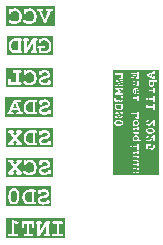
<source format=gbr>
%TF.GenerationSoftware,KiCad,Pcbnew,9.0.0*%
%TF.CreationDate,2025-04-11T10:11:51-04:00*%
%TF.ProjectId,lsm6dso_breakout,6c736d36-6473-46f5-9f62-7265616b6f75,rev?*%
%TF.SameCoordinates,Original*%
%TF.FileFunction,Legend,Bot*%
%TF.FilePolarity,Positive*%
%FSLAX46Y46*%
G04 Gerber Fmt 4.6, Leading zero omitted, Abs format (unit mm)*
G04 Created by KiCad (PCBNEW 9.0.0) date 2025-04-11 10:11:51*
%MOMM*%
%LPD*%
G01*
G04 APERTURE LIST*
%ADD10C,0.200000*%
G04 APERTURE END LIST*
D10*
G36*
X155222282Y-102688126D02*
G01*
X154883121Y-102688126D01*
X155052198Y-102279721D01*
X155222282Y-102688126D01*
G37*
G36*
X156571236Y-103033974D02*
G01*
X156347845Y-103033974D01*
X156264549Y-103029173D01*
X156203355Y-103016542D01*
X156159351Y-102998162D01*
X156107425Y-102963041D01*
X156066164Y-102923224D01*
X156034329Y-102878452D01*
X156011969Y-102828287D01*
X155997518Y-102766384D01*
X155992288Y-102690141D01*
X155992288Y-102590856D01*
X156002172Y-102495946D01*
X156030207Y-102416925D01*
X156074785Y-102342649D01*
X156119310Y-102290813D01*
X156163930Y-102256823D01*
X156215205Y-102233466D01*
X156276480Y-102218617D01*
X156349860Y-102213318D01*
X156571236Y-102213318D01*
X156571236Y-103033974D01*
G37*
G36*
X158236516Y-103446837D02*
G01*
X154208215Y-103446837D01*
X154208215Y-103139487D01*
X154374882Y-103139487D01*
X154383012Y-103182609D01*
X154406664Y-103215874D01*
X154445353Y-103236564D01*
X154514192Y-103245000D01*
X154797025Y-103245000D01*
X154865966Y-103236589D01*
X154905194Y-103215874D01*
X154929203Y-103182570D01*
X154937434Y-103139487D01*
X154929200Y-103096419D01*
X154905194Y-103063191D01*
X154865956Y-103042407D01*
X154797025Y-103033974D01*
X154745826Y-103033974D01*
X154796017Y-102899152D01*
X155306271Y-102899152D01*
X155357562Y-103033974D01*
X155306271Y-103033974D01*
X155237355Y-103042411D01*
X155198194Y-103063191D01*
X155174116Y-103096427D01*
X155165862Y-103139487D01*
X155174113Y-103182563D01*
X155198194Y-103215874D01*
X155237345Y-103236586D01*
X155306271Y-103245000D01*
X155589105Y-103245000D01*
X155658031Y-103236586D01*
X155697182Y-103215874D01*
X155721263Y-103182563D01*
X155729514Y-103139487D01*
X155720921Y-103096557D01*
X155695625Y-103063191D01*
X155654916Y-103042408D01*
X155583975Y-103033974D01*
X155408121Y-102596535D01*
X155782270Y-102596535D01*
X155782270Y-102690141D01*
X155782270Y-102696919D01*
X155787591Y-102784788D01*
X155802876Y-102863053D01*
X155827424Y-102933040D01*
X155880544Y-103027952D01*
X155945760Y-103101110D01*
X156019643Y-103159524D01*
X156083513Y-103196823D01*
X156153551Y-103222250D01*
X156240832Y-103238923D01*
X156348944Y-103245000D01*
X156771087Y-103245000D01*
X156840028Y-103236589D01*
X156879256Y-103215874D01*
X156903265Y-103182570D01*
X156911496Y-103139487D01*
X156903262Y-103096419D01*
X156879256Y-103063191D01*
X156841242Y-103042091D01*
X156781345Y-103033974D01*
X156781345Y-102907486D01*
X157066743Y-102907486D01*
X157073979Y-102983540D01*
X157094733Y-103049209D01*
X157128568Y-103106560D01*
X157176378Y-103156980D01*
X157252140Y-103209754D01*
X157337916Y-103248039D01*
X157435535Y-103271847D01*
X157547322Y-103280170D01*
X157633480Y-103274649D01*
X157716948Y-103258189D01*
X157797782Y-103230897D01*
X157877233Y-103192243D01*
X157921837Y-103235566D01*
X157963328Y-103245000D01*
X158007193Y-103236707D01*
X158040631Y-103212668D01*
X158061439Y-103173527D01*
X158069849Y-103105323D01*
X158069849Y-102963632D01*
X158061410Y-102894539D01*
X158040631Y-102855280D01*
X158007180Y-102831244D01*
X157963237Y-102822948D01*
X157928785Y-102828052D01*
X157901321Y-102842640D01*
X157880222Y-102867108D01*
X157862944Y-102908311D01*
X157847896Y-102950066D01*
X157835192Y-102970867D01*
X157798359Y-103000441D01*
X157729679Y-103036080D01*
X157651127Y-103060702D01*
X157563625Y-103069145D01*
X157472132Y-103061210D01*
X157396296Y-103038920D01*
X157333090Y-103003474D01*
X157300210Y-102973530D01*
X157281837Y-102941168D01*
X157275754Y-102905013D01*
X157282452Y-102867813D01*
X157303415Y-102831741D01*
X157337386Y-102801814D01*
X157393540Y-102774771D01*
X157447252Y-102759521D01*
X157576997Y-102732731D01*
X157737684Y-102694718D01*
X157837207Y-102655794D01*
X157892172Y-102621341D01*
X157938366Y-102579097D01*
X157976609Y-102528483D01*
X158005166Y-102471937D01*
X158022112Y-102413034D01*
X158027808Y-102350796D01*
X158020111Y-102278484D01*
X157997252Y-102211253D01*
X157958504Y-102147582D01*
X157901779Y-102086464D01*
X157835831Y-102037883D01*
X157760461Y-102002641D01*
X157673906Y-101980683D01*
X157573883Y-101972983D01*
X157494679Y-101977473D01*
X157423765Y-101990385D01*
X157357308Y-102012492D01*
X157298285Y-102043325D01*
X157255446Y-102011633D01*
X157216311Y-102002292D01*
X157174189Y-102010513D01*
X157141024Y-102034715D01*
X157120217Y-102073955D01*
X157111806Y-102142335D01*
X157111806Y-102300879D01*
X157120247Y-102370148D01*
X157141024Y-102409506D01*
X157174189Y-102433708D01*
X157216311Y-102441929D01*
X157252907Y-102436017D01*
X157283997Y-102418573D01*
X157302270Y-102395563D01*
X157317794Y-102349605D01*
X157331800Y-102302095D01*
X157346462Y-102275416D01*
X157381926Y-102241119D01*
X157435580Y-102210478D01*
X157498084Y-102190927D01*
X157572875Y-102184009D01*
X157647022Y-102190550D01*
X157705922Y-102208606D01*
X157752760Y-102236857D01*
X157791672Y-102275348D01*
X157812335Y-102311569D01*
X157818797Y-102347041D01*
X157812278Y-102384690D01*
X157791687Y-102422512D01*
X157759292Y-102454148D01*
X157712277Y-102479390D01*
X157661927Y-102494239D01*
X157516089Y-102525552D01*
X157364599Y-102561386D01*
X157268060Y-102595344D01*
X157213888Y-102625284D01*
X157166127Y-102664715D01*
X157124171Y-102714504D01*
X157092689Y-102770971D01*
X157073427Y-102834711D01*
X157066743Y-102907486D01*
X156781345Y-102907486D01*
X156781345Y-102213318D01*
X156842048Y-102205169D01*
X156879714Y-102184192D01*
X156903366Y-102150927D01*
X156911496Y-102107805D01*
X156903262Y-102064737D01*
X156879256Y-102031509D01*
X156840018Y-102010725D01*
X156771087Y-102002292D01*
X156331542Y-102003299D01*
X156230502Y-102012726D01*
X156131232Y-102041218D01*
X156040626Y-102085667D01*
X155973879Y-102137480D01*
X155930194Y-102186819D01*
X155880181Y-102258381D01*
X155836894Y-102336239D01*
X155806908Y-102411063D01*
X155788957Y-102491479D01*
X155782631Y-102590856D01*
X155782270Y-102596535D01*
X155408121Y-102596535D01*
X155254064Y-102213318D01*
X155391359Y-102213318D01*
X155460286Y-102204904D01*
X155499437Y-102184192D01*
X155523446Y-102150889D01*
X155531677Y-102107805D01*
X155523443Y-102064737D01*
X155499437Y-102031509D01*
X155460276Y-102010729D01*
X155391359Y-102002292D01*
X154937434Y-102002292D01*
X154659484Y-102688126D01*
X154519321Y-103033974D01*
X154452511Y-103039941D01*
X154422051Y-103053025D01*
X154385860Y-103095808D01*
X154374882Y-103139487D01*
X154208215Y-103139487D01*
X154208215Y-101806316D01*
X158236516Y-101806316D01*
X158236516Y-103446837D01*
G37*
G36*
X155012965Y-109704739D02*
G01*
X155064095Y-109730097D01*
X155108910Y-109773659D01*
X155158689Y-109856234D01*
X155189377Y-109952178D01*
X155200135Y-110064827D01*
X155200135Y-110294537D01*
X155189072Y-110405694D01*
X155156934Y-110504234D01*
X155103781Y-110592849D01*
X155063707Y-110631579D01*
X155013851Y-110654996D01*
X154951099Y-110663283D01*
X154892003Y-110654657D01*
X154841192Y-110629331D01*
X154796401Y-110585705D01*
X154746622Y-110503130D01*
X154715935Y-110407186D01*
X154705177Y-110294537D01*
X154705177Y-110064827D01*
X154716095Y-109954259D01*
X154747878Y-109855680D01*
X154800523Y-109766515D01*
X154841175Y-109727694D01*
X154891087Y-109704315D01*
X154953205Y-109696081D01*
X155012965Y-109704739D01*
G37*
G36*
X156471236Y-110633974D02*
G01*
X156247845Y-110633974D01*
X156164549Y-110629173D01*
X156103355Y-110616542D01*
X156059351Y-110598162D01*
X156007425Y-110563041D01*
X155966164Y-110523224D01*
X155934329Y-110478452D01*
X155911969Y-110428287D01*
X155897518Y-110366384D01*
X155892288Y-110290141D01*
X155892288Y-110190856D01*
X155902172Y-110095946D01*
X155930207Y-110016925D01*
X155974785Y-109942649D01*
X156019310Y-109890813D01*
X156063930Y-109856823D01*
X156115205Y-109833466D01*
X156176480Y-109818617D01*
X156249860Y-109813318D01*
X156471236Y-109813318D01*
X156471236Y-110633974D01*
G37*
G36*
X158136516Y-111046837D02*
G01*
X154327484Y-111046837D01*
X154327484Y-110064552D01*
X154494151Y-110064552D01*
X154494151Y-110064827D01*
X154494151Y-110294537D01*
X154494151Y-110294812D01*
X154501402Y-110395140D01*
X154523157Y-110493333D01*
X154559850Y-110590345D01*
X154612486Y-110687005D01*
X154665137Y-110755766D01*
X154724262Y-110807440D01*
X154790561Y-110844078D01*
X154865483Y-110866517D01*
X154951099Y-110874309D01*
X155034212Y-110867645D01*
X155105047Y-110848747D01*
X155165788Y-110818530D01*
X155218430Y-110775664D01*
X155273621Y-110709267D01*
X155331751Y-110612816D01*
X155375424Y-110510457D01*
X155401427Y-110404892D01*
X155410153Y-110294812D01*
X155410153Y-110196535D01*
X155682270Y-110196535D01*
X155682270Y-110290141D01*
X155682270Y-110296919D01*
X155687591Y-110384788D01*
X155702876Y-110463053D01*
X155727424Y-110533040D01*
X155780544Y-110627952D01*
X155845760Y-110701110D01*
X155919643Y-110759524D01*
X155983513Y-110796823D01*
X156053551Y-110822250D01*
X156140832Y-110838923D01*
X156248944Y-110845000D01*
X156671087Y-110845000D01*
X156740028Y-110836589D01*
X156779256Y-110815874D01*
X156803265Y-110782570D01*
X156811496Y-110739487D01*
X156803262Y-110696419D01*
X156779256Y-110663191D01*
X156741242Y-110642091D01*
X156681345Y-110633974D01*
X156681345Y-110507486D01*
X156966743Y-110507486D01*
X156973979Y-110583540D01*
X156994733Y-110649209D01*
X157028568Y-110706560D01*
X157076378Y-110756980D01*
X157152140Y-110809754D01*
X157237916Y-110848039D01*
X157335535Y-110871847D01*
X157447322Y-110880170D01*
X157533480Y-110874649D01*
X157616948Y-110858189D01*
X157697782Y-110830897D01*
X157777233Y-110792243D01*
X157821837Y-110835566D01*
X157863328Y-110845000D01*
X157907193Y-110836707D01*
X157940631Y-110812668D01*
X157961439Y-110773527D01*
X157969849Y-110705323D01*
X157969849Y-110563632D01*
X157961410Y-110494539D01*
X157940631Y-110455280D01*
X157907180Y-110431244D01*
X157863237Y-110422948D01*
X157828785Y-110428052D01*
X157801321Y-110442640D01*
X157780222Y-110467108D01*
X157762944Y-110508311D01*
X157747896Y-110550066D01*
X157735192Y-110570867D01*
X157698359Y-110600441D01*
X157629679Y-110636080D01*
X157551127Y-110660702D01*
X157463625Y-110669145D01*
X157372132Y-110661210D01*
X157296296Y-110638920D01*
X157233090Y-110603474D01*
X157200210Y-110573530D01*
X157181837Y-110541168D01*
X157175754Y-110505013D01*
X157182452Y-110467813D01*
X157203415Y-110431741D01*
X157237386Y-110401814D01*
X157293540Y-110374771D01*
X157347252Y-110359521D01*
X157476997Y-110332731D01*
X157637684Y-110294718D01*
X157737207Y-110255794D01*
X157792172Y-110221341D01*
X157838366Y-110179097D01*
X157876609Y-110128483D01*
X157905166Y-110071937D01*
X157922112Y-110013034D01*
X157927808Y-109950796D01*
X157920111Y-109878484D01*
X157897252Y-109811253D01*
X157858504Y-109747582D01*
X157801779Y-109686464D01*
X157735831Y-109637883D01*
X157660461Y-109602641D01*
X157573906Y-109580683D01*
X157473883Y-109572983D01*
X157394679Y-109577473D01*
X157323765Y-109590385D01*
X157257308Y-109612492D01*
X157198285Y-109643325D01*
X157155446Y-109611633D01*
X157116311Y-109602292D01*
X157074189Y-109610513D01*
X157041024Y-109634715D01*
X157020217Y-109673955D01*
X157011806Y-109742335D01*
X157011806Y-109900879D01*
X157020247Y-109970148D01*
X157041024Y-110009506D01*
X157074189Y-110033708D01*
X157116311Y-110041929D01*
X157152907Y-110036017D01*
X157183997Y-110018573D01*
X157202270Y-109995563D01*
X157217794Y-109949605D01*
X157231800Y-109902095D01*
X157246462Y-109875416D01*
X157281926Y-109841119D01*
X157335580Y-109810478D01*
X157398084Y-109790927D01*
X157472875Y-109784009D01*
X157547022Y-109790550D01*
X157605922Y-109808606D01*
X157652760Y-109836857D01*
X157691672Y-109875348D01*
X157712335Y-109911569D01*
X157718797Y-109947041D01*
X157712278Y-109984690D01*
X157691687Y-110022512D01*
X157659292Y-110054148D01*
X157612277Y-110079390D01*
X157561927Y-110094239D01*
X157416089Y-110125552D01*
X157264599Y-110161386D01*
X157168060Y-110195344D01*
X157113888Y-110225284D01*
X157066127Y-110264715D01*
X157024171Y-110314504D01*
X156992689Y-110370971D01*
X156973427Y-110434711D01*
X156966743Y-110507486D01*
X156681345Y-110507486D01*
X156681345Y-109813318D01*
X156742048Y-109805169D01*
X156779714Y-109784192D01*
X156803366Y-109750927D01*
X156811496Y-109707805D01*
X156803262Y-109664737D01*
X156779256Y-109631509D01*
X156740018Y-109610725D01*
X156671087Y-109602292D01*
X156231542Y-109603299D01*
X156130502Y-109612726D01*
X156031232Y-109641218D01*
X155940626Y-109685667D01*
X155873879Y-109737480D01*
X155830194Y-109786819D01*
X155780181Y-109858381D01*
X155736894Y-109936239D01*
X155706908Y-110011063D01*
X155688957Y-110091479D01*
X155682631Y-110190856D01*
X155682270Y-110196535D01*
X155410153Y-110196535D01*
X155410153Y-110064552D01*
X155402950Y-109964737D01*
X155381321Y-109866800D01*
X155344801Y-109769798D01*
X155292367Y-109672909D01*
X155239865Y-109603924D01*
X155180861Y-109552102D01*
X155114658Y-109515367D01*
X155039803Y-109492869D01*
X154954213Y-109485055D01*
X154871754Y-109491653D01*
X154801263Y-109510387D01*
X154740622Y-109540376D01*
X154687894Y-109582911D01*
X154632355Y-109649124D01*
X154573560Y-109745632D01*
X154529346Y-109847995D01*
X154503000Y-109953852D01*
X154494151Y-110064552D01*
X154327484Y-110064552D01*
X154327484Y-109318388D01*
X158136516Y-109318388D01*
X158136516Y-111046837D01*
G37*
G36*
X165312863Y-105124187D02*
G01*
X165348433Y-105139171D01*
X165380928Y-105164731D01*
X165406217Y-105197410D01*
X165421131Y-105233521D01*
X165426210Y-105274298D01*
X165421131Y-105315076D01*
X165406217Y-105351186D01*
X165380928Y-105383866D01*
X165348433Y-105409425D01*
X165312863Y-105424410D01*
X165273021Y-105429490D01*
X165233525Y-105424430D01*
X165198043Y-105409463D01*
X165165408Y-105383866D01*
X165139943Y-105351166D01*
X165124939Y-105315056D01*
X165119832Y-105274298D01*
X165124939Y-105233540D01*
X165139943Y-105197431D01*
X165165408Y-105164731D01*
X165198043Y-105139133D01*
X165233525Y-105124167D01*
X165273021Y-105119106D01*
X165312863Y-105124187D01*
G37*
G36*
X166629703Y-104509368D02*
G01*
X166682258Y-104526508D01*
X166729519Y-104554856D01*
X166750175Y-104576229D01*
X166762664Y-104602819D01*
X166767084Y-104636287D01*
X166762484Y-104667804D01*
X166748976Y-104694904D01*
X166725709Y-104718792D01*
X166681669Y-104745341D01*
X166630499Y-104761708D01*
X166570420Y-104767445D01*
X166447907Y-104767445D01*
X166388938Y-104761622D01*
X166336363Y-104744671D01*
X166288808Y-104716594D01*
X166268103Y-104694913D01*
X166255635Y-104668293D01*
X166251243Y-104635163D01*
X166255861Y-104603292D01*
X166269385Y-104576022D01*
X166292618Y-104552121D01*
X166336658Y-104525572D01*
X166387828Y-104509205D01*
X166447907Y-104503468D01*
X166570420Y-104503468D01*
X166629703Y-104509368D01*
G37*
G36*
X165315934Y-103792543D02*
G01*
X165348074Y-103808880D01*
X165380830Y-103838639D01*
X165405836Y-103875108D01*
X165420966Y-103916714D01*
X165426210Y-103964912D01*
X165420952Y-104013468D01*
X165405810Y-104055224D01*
X165380830Y-104091674D01*
X165348063Y-104121423D01*
X165315744Y-104137794D01*
X165282742Y-104143063D01*
X165248241Y-104138858D01*
X165215544Y-104126195D01*
X165183824Y-104104277D01*
X165157232Y-104075742D01*
X165138446Y-104043554D01*
X165126953Y-104006975D01*
X165122958Y-103964912D01*
X165128537Y-103916211D01*
X165144627Y-103874470D01*
X165171318Y-103838101D01*
X165206074Y-103809360D01*
X165242992Y-103792823D01*
X165283279Y-103787299D01*
X165315934Y-103792543D01*
G37*
G36*
X163941703Y-103837993D02*
G01*
X163994258Y-103855133D01*
X164041519Y-103883482D01*
X164062175Y-103904855D01*
X164074664Y-103931444D01*
X164079084Y-103964912D01*
X164074484Y-103996430D01*
X164060976Y-104023529D01*
X164037709Y-104047418D01*
X163993669Y-104073966D01*
X163942499Y-104090333D01*
X163882420Y-104096071D01*
X163759907Y-104096071D01*
X163700938Y-104090247D01*
X163648363Y-104073296D01*
X163600808Y-104045219D01*
X163580103Y-104023538D01*
X163567635Y-103996918D01*
X163563243Y-103963789D01*
X163567861Y-103931917D01*
X163581385Y-103904648D01*
X163604618Y-103880746D01*
X163648658Y-103854197D01*
X163699828Y-103837831D01*
X163759907Y-103832093D01*
X163882420Y-103832093D01*
X163941703Y-103837993D01*
G37*
G36*
X164063452Y-102601939D02*
G01*
X164060892Y-102646364D01*
X164054156Y-102679001D01*
X164044353Y-102702470D01*
X164025622Y-102730163D01*
X164004386Y-102752169D01*
X163980508Y-102769148D01*
X163953753Y-102781073D01*
X163920738Y-102788781D01*
X163880075Y-102791570D01*
X163827123Y-102791570D01*
X163776504Y-102786298D01*
X163734360Y-102771346D01*
X163694746Y-102747572D01*
X163667100Y-102723825D01*
X163648972Y-102700027D01*
X163636515Y-102672681D01*
X163628595Y-102640001D01*
X163625769Y-102600865D01*
X163625769Y-102482798D01*
X164063452Y-102482798D01*
X164063452Y-102601939D01*
G37*
G36*
X165216748Y-101435680D02*
G01*
X165187375Y-101416319D01*
X165164136Y-101393973D01*
X165146308Y-101368464D01*
X165133637Y-101339916D01*
X165125731Y-101307215D01*
X165122958Y-101269546D01*
X165125720Y-101232272D01*
X165133616Y-101199738D01*
X165146308Y-101171165D01*
X165164117Y-101145619D01*
X165187356Y-101123091D01*
X165216748Y-101103412D01*
X165216748Y-101435680D01*
G37*
G36*
X166638636Y-100472859D02*
G01*
X166666955Y-100487901D01*
X166697133Y-100515959D01*
X166720123Y-100549884D01*
X166734090Y-100588855D01*
X166738947Y-100634270D01*
X166734101Y-100680057D01*
X166720210Y-100719092D01*
X166697426Y-100752826D01*
X166667404Y-100780586D01*
X166638615Y-100795630D01*
X166609987Y-100800404D01*
X166585778Y-100796415D01*
X166550880Y-100781793D01*
X166518390Y-100758647D01*
X166490992Y-100724689D01*
X166477850Y-100698095D01*
X166469766Y-100668195D01*
X166466958Y-100634270D01*
X166471022Y-100593720D01*
X166482694Y-100558770D01*
X166501804Y-100528261D01*
X166528996Y-100501451D01*
X166558705Y-100482080D01*
X166585788Y-100471473D01*
X166611062Y-100468136D01*
X166638636Y-100472859D01*
G37*
G36*
X166567000Y-100026252D02*
G01*
X166349184Y-99936078D01*
X166567000Y-99845366D01*
X166567000Y-100026252D01*
G37*
G36*
X167198473Y-108348883D02*
G01*
X163350696Y-108348883D01*
X163350696Y-107992037D01*
X165010411Y-107992037D01*
X165012173Y-108030394D01*
X165017348Y-108066629D01*
X165026165Y-108101756D01*
X165038646Y-108135212D01*
X165026873Y-108154605D01*
X165022916Y-108171311D01*
X165027244Y-108192336D01*
X165040258Y-108209560D01*
X165061229Y-108220420D01*
X165098290Y-108224849D01*
X165125743Y-108224849D01*
X165159446Y-108222143D01*
X165175812Y-108216106D01*
X165190018Y-108202862D01*
X165198278Y-108187291D01*
X165201116Y-108168576D01*
X165198017Y-108149511D01*
X165188806Y-108133014D01*
X165174604Y-108120534D01*
X165156127Y-108113377D01*
X165141570Y-108085292D01*
X165131263Y-108055980D01*
X165125060Y-108025439D01*
X165122958Y-107993112D01*
X165125665Y-107950067D01*
X165133020Y-107916233D01*
X165144159Y-107889846D01*
X165154615Y-107876471D01*
X165164235Y-107872896D01*
X165175338Y-107877509D01*
X165188709Y-107895854D01*
X165196076Y-107918832D01*
X165205561Y-107974012D01*
X165222477Y-108076799D01*
X165236092Y-108129204D01*
X165252336Y-108165656D01*
X165272345Y-108194800D01*
X165296078Y-108217718D01*
X165323843Y-108235402D01*
X165351626Y-108245549D01*
X165380048Y-108248883D01*
X165417484Y-108243117D01*
X165450468Y-108225950D01*
X165480383Y-108195882D01*
X165505077Y-108156740D01*
X165523266Y-108111568D01*
X165534719Y-108059301D01*
X165538757Y-107998632D01*
X165536691Y-107950979D01*
X165530795Y-107908702D01*
X165520858Y-107868669D01*
X165507494Y-107833035D01*
X165516775Y-107815547D01*
X165520000Y-107796399D01*
X165515562Y-107772495D01*
X165502805Y-107754584D01*
X165481872Y-107743501D01*
X165445066Y-107739002D01*
X165407355Y-107739002D01*
X165370556Y-107743503D01*
X165349665Y-107754584D01*
X165336822Y-107772350D01*
X165332421Y-107795324D01*
X165335316Y-107814194D01*
X165343607Y-107829176D01*
X165357625Y-107840678D01*
X165382051Y-107850523D01*
X165400956Y-107878374D01*
X165415024Y-107912267D01*
X165423254Y-107949885D01*
X165426210Y-107995310D01*
X165423091Y-108046469D01*
X165414730Y-108085537D01*
X165402274Y-108114989D01*
X165389042Y-108130957D01*
X165377313Y-108135212D01*
X165364455Y-108132378D01*
X165352663Y-108123427D01*
X165341409Y-108106245D01*
X165329957Y-108069392D01*
X165317522Y-107986566D01*
X165307047Y-107915439D01*
X165293823Y-107864557D01*
X165278913Y-107829438D01*
X165263007Y-107806266D01*
X165234015Y-107780800D01*
X165201709Y-107765938D01*
X165164822Y-107760886D01*
X165127221Y-107766475D01*
X165094402Y-107783003D01*
X165064975Y-107811688D01*
X165041896Y-107847262D01*
X165024900Y-107888463D01*
X165014192Y-107936305D01*
X165010411Y-107992037D01*
X163350696Y-107992037D01*
X163350696Y-107076371D01*
X165022916Y-107076371D01*
X165022916Y-107207529D01*
X165357187Y-107207529D01*
X165389439Y-107212294D01*
X165409504Y-107224724D01*
X165421588Y-107245175D01*
X165426210Y-107277480D01*
X165423018Y-107311753D01*
X165412777Y-107350411D01*
X165395446Y-107391036D01*
X165364270Y-107446887D01*
X165135464Y-107446887D01*
X165135464Y-107406489D01*
X165130978Y-107369721D01*
X165119930Y-107348799D01*
X165102168Y-107335994D01*
X165079190Y-107331605D01*
X165056221Y-107335996D01*
X165038499Y-107348799D01*
X165027414Y-107369726D01*
X165022916Y-107406489D01*
X165022916Y-107558946D01*
X165407452Y-107558946D01*
X165411810Y-107591316D01*
X165423035Y-107611409D01*
X165440736Y-107624022D01*
X165463726Y-107628360D01*
X165486700Y-107623959D01*
X165504466Y-107611116D01*
X165515512Y-107590235D01*
X165520000Y-107553475D01*
X165520000Y-107446887D01*
X165494989Y-107446887D01*
X165514474Y-107398964D01*
X165527815Y-107355101D01*
X165536114Y-107311764D01*
X165538757Y-107272009D01*
X165536013Y-107235824D01*
X165528157Y-107204196D01*
X165515505Y-107176364D01*
X165487809Y-107140253D01*
X165451074Y-107112470D01*
X165419022Y-107100047D01*
X165377117Y-107095519D01*
X165135464Y-107095519D01*
X165135464Y-107076371D01*
X165130976Y-107039610D01*
X165119930Y-107018729D01*
X165102168Y-107005925D01*
X165079190Y-107001535D01*
X165056221Y-107005926D01*
X165038499Y-107018729D01*
X165027416Y-107039615D01*
X165022916Y-107076371D01*
X163350696Y-107076371D01*
X163350696Y-106683726D01*
X165010411Y-106683726D01*
X165014584Y-106732741D01*
X165026437Y-106774478D01*
X165045469Y-106810278D01*
X165071863Y-106841116D01*
X165106952Y-106866141D01*
X165149093Y-106881576D01*
X165200237Y-106887034D01*
X165407452Y-106887034D01*
X165411810Y-106919404D01*
X165423035Y-106939497D01*
X165440736Y-106952110D01*
X165463726Y-106956448D01*
X165486700Y-106952047D01*
X165504466Y-106939204D01*
X165515512Y-106918323D01*
X165520000Y-106881563D01*
X165520000Y-106780446D01*
X165515514Y-106743678D01*
X165504466Y-106722756D01*
X165486704Y-106709951D01*
X165463726Y-106705561D01*
X165440736Y-106709899D01*
X165423035Y-106722512D01*
X165411810Y-106742605D01*
X165407452Y-106774975D01*
X165197745Y-106774975D01*
X165174386Y-106772483D01*
X165157200Y-106765757D01*
X165144647Y-106755289D01*
X165133281Y-106736888D01*
X165125766Y-106711879D01*
X165122958Y-106678255D01*
X165126708Y-106641068D01*
X165137320Y-106610160D01*
X165156996Y-106580329D01*
X165197990Y-106536154D01*
X165407452Y-106536154D01*
X165410761Y-106575183D01*
X165417808Y-106591891D01*
X165433050Y-106607511D01*
X165448160Y-106615993D01*
X165463726Y-106618709D01*
X165486700Y-106614308D01*
X165504466Y-106601465D01*
X165515512Y-106580584D01*
X165520000Y-106543824D01*
X165520000Y-106416475D01*
X165515512Y-106379715D01*
X165504466Y-106358834D01*
X165486704Y-106346029D01*
X165463726Y-106341639D01*
X165440514Y-106347699D01*
X165417613Y-106367871D01*
X165410683Y-106385016D01*
X165407452Y-106424145D01*
X165135464Y-106424145D01*
X165131118Y-106391770D01*
X165119930Y-106371681D01*
X165102188Y-106359067D01*
X165079190Y-106354731D01*
X165056221Y-106359122D01*
X165038499Y-106371926D01*
X165027414Y-106392853D01*
X165022916Y-106429616D01*
X165022916Y-106536154D01*
X165060432Y-106536154D01*
X165038513Y-106568408D01*
X165022916Y-106603663D01*
X165013617Y-106641612D01*
X165010411Y-106683726D01*
X163350696Y-106683726D01*
X163350696Y-106018360D01*
X164810327Y-106018360D01*
X164929127Y-106018360D01*
X164929127Y-105885003D01*
X164810327Y-105885003D01*
X164810327Y-106018360D01*
X163350696Y-106018360D01*
X163350696Y-105831465D01*
X165022916Y-105831465D01*
X165022916Y-106033649D01*
X165407452Y-106033649D01*
X165407452Y-106168080D01*
X165411952Y-106204836D01*
X165423035Y-106225722D01*
X165440761Y-106238563D01*
X165463726Y-106242965D01*
X165486700Y-106238565D01*
X165504466Y-106225722D01*
X165515512Y-106204841D01*
X165520000Y-106168080D01*
X165520000Y-105787208D01*
X165518129Y-105771870D01*
X166157454Y-105771870D01*
X166157454Y-106114542D01*
X166161979Y-106151287D01*
X166173134Y-106172184D01*
X166190954Y-106185024D01*
X166214020Y-106189427D01*
X166236591Y-106185052D01*
X166254369Y-106172184D01*
X166265489Y-106151293D01*
X166270001Y-106114542D01*
X166270001Y-105883928D01*
X166407558Y-105883928D01*
X166390782Y-105945261D01*
X166385674Y-105997062D01*
X166390228Y-106047479D01*
X166403411Y-106092192D01*
X166425037Y-106132308D01*
X166455625Y-106168618D01*
X166492571Y-106198150D01*
X166534305Y-106219325D01*
X166581753Y-106232398D01*
X166636170Y-106236957D01*
X166692392Y-106232226D01*
X166739916Y-106218836D01*
X166780348Y-106197422D01*
X166814858Y-106167836D01*
X166841435Y-106131792D01*
X166861628Y-106086041D01*
X166874818Y-106028381D01*
X166879631Y-105956078D01*
X166876137Y-105892267D01*
X166866393Y-105838867D01*
X166851276Y-105794289D01*
X166831320Y-105757166D01*
X166810419Y-105732130D01*
X166789436Y-105718772D01*
X166767475Y-105714521D01*
X166746241Y-105718644D01*
X166727761Y-105731179D01*
X166715010Y-105749500D01*
X166710810Y-105770795D01*
X166715048Y-105789573D01*
X166729861Y-105812316D01*
X166746214Y-105835681D01*
X166756288Y-105859357D01*
X166764090Y-105896885D01*
X166767084Y-105948995D01*
X166762510Y-106016702D01*
X166751063Y-106060649D01*
X166735186Y-106087773D01*
X166711410Y-106107663D01*
X166679609Y-106120306D01*
X166637196Y-106124947D01*
X166595326Y-106120597D01*
X166561971Y-106108480D01*
X166535249Y-106089141D01*
X166514830Y-106063258D01*
X166502513Y-106033004D01*
X166498221Y-105997062D01*
X166501952Y-105957353D01*
X166514034Y-105911680D01*
X166536177Y-105858771D01*
X166543111Y-105841564D01*
X166545116Y-105828143D01*
X166540722Y-105806065D01*
X166527579Y-105787990D01*
X166507902Y-105776069D01*
X166482053Y-105771870D01*
X166157454Y-105771870D01*
X165518129Y-105771870D01*
X165515514Y-105750440D01*
X165504466Y-105729518D01*
X165486704Y-105716713D01*
X165463726Y-105712323D01*
X165440757Y-105716715D01*
X165423035Y-105729518D01*
X165411950Y-105750445D01*
X165407452Y-105787208D01*
X165407452Y-105921639D01*
X165135464Y-105921639D01*
X165135464Y-105831465D01*
X165131003Y-105795132D01*
X165119930Y-105774068D01*
X165102143Y-105761034D01*
X165079190Y-105756580D01*
X165056221Y-105760972D01*
X165038499Y-105773775D01*
X165027414Y-105794702D01*
X165022916Y-105831465D01*
X163350696Y-105831465D01*
X163350696Y-105275422D01*
X165007285Y-105275422D01*
X165010413Y-105317254D01*
X165019644Y-105356559D01*
X165035092Y-105393922D01*
X165057306Y-105430076D01*
X165022916Y-105430076D01*
X165022916Y-105561235D01*
X165027415Y-105597947D01*
X165038499Y-105618827D01*
X165056225Y-105631669D01*
X165079190Y-105636071D01*
X165102164Y-105631670D01*
X165119930Y-105618827D01*
X165130978Y-105597952D01*
X165135464Y-105561235D01*
X165135464Y-105542086D01*
X165543740Y-105542086D01*
X165582494Y-105539165D01*
X165616628Y-105530775D01*
X165646908Y-105517222D01*
X165674188Y-105498309D01*
X165699419Y-105473186D01*
X165722721Y-105440969D01*
X165740245Y-105405583D01*
X165750847Y-105367208D01*
X165754473Y-105325101D01*
X165754473Y-105298869D01*
X166138696Y-105298869D01*
X166142976Y-105351124D01*
X166155253Y-105396781D01*
X166175123Y-105437006D01*
X166202785Y-105472672D01*
X166237024Y-105502694D01*
X166273817Y-105523591D01*
X166313794Y-105536141D01*
X166357879Y-105540425D01*
X166402799Y-105535515D01*
X166443755Y-105521032D01*
X166485090Y-105492900D01*
X166553323Y-105427829D01*
X166618754Y-105355811D01*
X166751452Y-105202149D01*
X166751452Y-105447564D01*
X166739380Y-105468110D01*
X166735821Y-105485812D01*
X166740212Y-105509166D01*
X166752820Y-105526503D01*
X166773517Y-105537160D01*
X166810852Y-105541549D01*
X166864000Y-105541549D01*
X166864000Y-105031130D01*
X166745200Y-105031130D01*
X166571414Y-105238096D01*
X166473267Y-105348052D01*
X166424265Y-105396713D01*
X166398568Y-105415345D01*
X166375752Y-105425328D01*
X166354949Y-105428415D01*
X166329213Y-105424590D01*
X166305390Y-105413026D01*
X166282653Y-105392609D01*
X166265674Y-105367074D01*
X166255042Y-105335802D01*
X166251243Y-105297257D01*
X166255295Y-105258462D01*
X166266882Y-105225530D01*
X166285828Y-105197215D01*
X166307516Y-105179209D01*
X166340392Y-105163900D01*
X166360638Y-105154288D01*
X166372827Y-105142847D01*
X166380009Y-105128251D01*
X166382548Y-105109776D01*
X166378485Y-105088432D01*
X166366233Y-105070160D01*
X166348348Y-105057590D01*
X166328131Y-105053503D01*
X166306996Y-105056247D01*
X166280302Y-105065621D01*
X166246456Y-105083838D01*
X166216475Y-105106689D01*
X166190413Y-105135905D01*
X166168103Y-105172351D01*
X166151838Y-105212062D01*
X166142025Y-105254052D01*
X166138696Y-105298869D01*
X165754473Y-105298869D01*
X165754473Y-105198339D01*
X165749950Y-105161586D01*
X165738792Y-105140648D01*
X165721058Y-105127820D01*
X165698492Y-105123454D01*
X165675413Y-105127845D01*
X165657557Y-105140648D01*
X165646436Y-105161581D01*
X165641926Y-105198339D01*
X165641926Y-105321828D01*
X165638544Y-105355017D01*
X165629190Y-105381093D01*
X165614375Y-105401646D01*
X165594490Y-105417382D01*
X165571583Y-105426812D01*
X165544717Y-105430076D01*
X165490690Y-105430076D01*
X165511923Y-105392133D01*
X165526741Y-105354361D01*
X165535751Y-105315394D01*
X165538757Y-105275422D01*
X165533790Y-105219602D01*
X165519382Y-105169832D01*
X165495723Y-105124939D01*
X165462260Y-105084082D01*
X165421613Y-105050289D01*
X165377171Y-105026478D01*
X165328120Y-105012021D01*
X165273314Y-105007048D01*
X165218196Y-105012032D01*
X165168962Y-105026505D01*
X165124449Y-105050319D01*
X165083831Y-105084082D01*
X165050345Y-105124942D01*
X165026671Y-105169836D01*
X165012255Y-105219605D01*
X165007385Y-105274298D01*
X165007285Y-105275422D01*
X163350696Y-105275422D01*
X163350696Y-104669602D01*
X165010411Y-104669602D01*
X165014584Y-104718617D01*
X165026437Y-104760353D01*
X165045469Y-104796154D01*
X165071863Y-104826992D01*
X165106952Y-104852017D01*
X165149093Y-104867452D01*
X165200237Y-104872909D01*
X165407452Y-104872909D01*
X165411810Y-104905279D01*
X165423035Y-104925373D01*
X165440736Y-104937986D01*
X165463726Y-104942323D01*
X165486700Y-104937923D01*
X165504466Y-104925080D01*
X165515512Y-104904199D01*
X165520000Y-104867438D01*
X165520000Y-104766322D01*
X165515514Y-104729553D01*
X165504466Y-104708632D01*
X165486704Y-104695827D01*
X165463726Y-104691437D01*
X165440736Y-104695775D01*
X165423035Y-104708387D01*
X165411810Y-104728481D01*
X165407452Y-104760851D01*
X165197745Y-104760851D01*
X165174386Y-104758359D01*
X165157200Y-104751633D01*
X165144647Y-104741165D01*
X165133281Y-104722763D01*
X165125766Y-104697755D01*
X165122958Y-104664131D01*
X165125933Y-104634626D01*
X166138696Y-104634626D01*
X166138739Y-104635163D01*
X166142215Y-104678604D01*
X166152206Y-104716199D01*
X166168200Y-104748541D01*
X166190886Y-104776663D01*
X166226199Y-104806284D01*
X166277670Y-104837641D01*
X166332264Y-104861222D01*
X166388721Y-104875273D01*
X166447761Y-104879993D01*
X166570566Y-104879993D01*
X166624075Y-104876125D01*
X166676444Y-104864523D01*
X166728184Y-104844953D01*
X166779736Y-104816880D01*
X166816408Y-104788800D01*
X166843968Y-104757267D01*
X166863508Y-104721907D01*
X166875475Y-104681949D01*
X166879631Y-104636287D01*
X166876077Y-104591960D01*
X166865998Y-104554181D01*
X166849882Y-104521786D01*
X166827020Y-104493710D01*
X166791609Y-104464275D01*
X166740168Y-104433272D01*
X166685577Y-104409980D01*
X166629275Y-104396112D01*
X166570566Y-104391458D01*
X166447761Y-104391458D01*
X166394526Y-104395299D01*
X166342293Y-104406835D01*
X166290559Y-104426313D01*
X166238884Y-104454277D01*
X166202093Y-104482278D01*
X166174454Y-104513747D01*
X166154862Y-104549055D01*
X166142863Y-104588978D01*
X166138696Y-104634626D01*
X165125933Y-104634626D01*
X165126708Y-104626944D01*
X165137320Y-104596036D01*
X165156996Y-104566205D01*
X165197990Y-104522030D01*
X165407452Y-104522030D01*
X165410761Y-104561059D01*
X165417808Y-104577766D01*
X165433050Y-104593387D01*
X165448160Y-104601869D01*
X165463726Y-104604584D01*
X165486700Y-104600184D01*
X165504466Y-104587341D01*
X165515512Y-104566460D01*
X165520000Y-104529699D01*
X165520000Y-104402351D01*
X165515512Y-104365591D01*
X165504466Y-104344710D01*
X165486704Y-104331905D01*
X165463726Y-104327515D01*
X165440514Y-104333575D01*
X165417613Y-104353747D01*
X165410683Y-104370891D01*
X165407452Y-104410020D01*
X165135464Y-104410020D01*
X165131118Y-104377646D01*
X165119930Y-104357557D01*
X165102188Y-104344943D01*
X165079190Y-104340607D01*
X165056221Y-104344998D01*
X165038499Y-104357801D01*
X165027414Y-104378728D01*
X165022916Y-104415491D01*
X165022916Y-104522030D01*
X165060432Y-104522030D01*
X165038513Y-104554284D01*
X165022916Y-104589539D01*
X165013617Y-104627488D01*
X165010411Y-104669602D01*
X163350696Y-104669602D01*
X163350696Y-103963251D01*
X163450696Y-103963251D01*
X163450739Y-103963789D01*
X163454215Y-104007230D01*
X163464206Y-104044825D01*
X163480200Y-104077166D01*
X163502886Y-104105288D01*
X163538199Y-104134909D01*
X163589670Y-104166266D01*
X163644264Y-104189847D01*
X163700721Y-104203898D01*
X163759761Y-104208618D01*
X163882566Y-104208618D01*
X163936075Y-104204750D01*
X163988444Y-104193148D01*
X164040184Y-104173578D01*
X164091736Y-104145505D01*
X164128408Y-104117425D01*
X164155968Y-104085892D01*
X164175508Y-104050532D01*
X164187475Y-104010574D01*
X164191631Y-103964912D01*
X165010415Y-103964912D01*
X165014581Y-104014970D01*
X165027113Y-104063858D01*
X165048367Y-104112142D01*
X165077095Y-104156157D01*
X165110994Y-104191447D01*
X165150411Y-104218974D01*
X165194268Y-104239288D01*
X165238000Y-104251153D01*
X165282205Y-104255073D01*
X165324222Y-104251185D01*
X165365604Y-104239423D01*
X165406964Y-104219267D01*
X165443815Y-104192064D01*
X165475749Y-104156903D01*
X165503000Y-104112679D01*
X165522968Y-104064503D01*
X165534805Y-104015418D01*
X165538757Y-103964863D01*
X165538079Y-103956120D01*
X166138696Y-103956120D01*
X166142976Y-104008375D01*
X166155253Y-104054032D01*
X166175123Y-104094257D01*
X166202785Y-104129923D01*
X166237024Y-104159944D01*
X166273817Y-104180841D01*
X166313794Y-104193391D01*
X166357879Y-104197676D01*
X166402799Y-104192766D01*
X166443755Y-104178283D01*
X166485090Y-104150150D01*
X166553323Y-104085080D01*
X166618754Y-104013062D01*
X166751452Y-103859399D01*
X166751452Y-104104815D01*
X166739380Y-104125361D01*
X166735821Y-104143063D01*
X166740212Y-104166417D01*
X166752820Y-104183754D01*
X166773517Y-104194411D01*
X166810852Y-104198799D01*
X166864000Y-104198799D01*
X166864000Y-103688381D01*
X166745200Y-103688381D01*
X166571414Y-103895347D01*
X166473267Y-104005302D01*
X166424265Y-104053963D01*
X166398568Y-104072596D01*
X166375752Y-104082578D01*
X166354949Y-104085666D01*
X166329213Y-104081841D01*
X166305390Y-104070276D01*
X166282653Y-104049860D01*
X166265674Y-104024324D01*
X166255042Y-103993053D01*
X166251243Y-103954508D01*
X166255295Y-103915713D01*
X166266882Y-103882780D01*
X166285828Y-103854466D01*
X166307516Y-103836459D01*
X166340392Y-103821151D01*
X166360638Y-103811538D01*
X166372827Y-103800097D01*
X166380009Y-103785502D01*
X166382548Y-103767027D01*
X166378485Y-103745683D01*
X166366233Y-103727411D01*
X166348348Y-103714841D01*
X166328131Y-103710753D01*
X166306996Y-103713498D01*
X166280302Y-103722872D01*
X166246456Y-103741088D01*
X166216475Y-103763940D01*
X166190413Y-103793155D01*
X166168103Y-103829602D01*
X166151838Y-103869312D01*
X166142025Y-103911302D01*
X166138696Y-103956120D01*
X165538079Y-103956120D01*
X165534864Y-103914684D01*
X165523215Y-103866052D01*
X165503586Y-103818415D01*
X165476717Y-103774714D01*
X165444876Y-103739513D01*
X165407794Y-103711828D01*
X165366188Y-103691272D01*
X165324179Y-103679234D01*
X165281130Y-103675240D01*
X165237318Y-103679248D01*
X165193596Y-103691434D01*
X165149337Y-103712414D01*
X165109521Y-103740598D01*
X165075723Y-103775940D01*
X165047536Y-103819246D01*
X165026772Y-103866788D01*
X165014502Y-103915127D01*
X165010415Y-103964912D01*
X164191631Y-103964912D01*
X164188077Y-103920585D01*
X164177998Y-103882806D01*
X164161882Y-103850411D01*
X164139020Y-103822335D01*
X164103609Y-103792900D01*
X164052168Y-103761898D01*
X163997577Y-103738605D01*
X163941275Y-103724737D01*
X163882566Y-103720083D01*
X163759761Y-103720083D01*
X163706526Y-103723925D01*
X163654293Y-103735460D01*
X163602559Y-103754938D01*
X163550884Y-103782903D01*
X163514093Y-103810904D01*
X163486454Y-103842373D01*
X163466862Y-103877681D01*
X163454863Y-103917603D01*
X163450696Y-103963251D01*
X163350696Y-103963251D01*
X163350696Y-103290802D01*
X163497591Y-103290802D01*
X163499985Y-103333044D01*
X163506872Y-103370865D01*
X163518662Y-103406309D01*
X163535106Y-103437787D01*
X163518204Y-103460635D01*
X163513222Y-103481507D01*
X163517606Y-103503972D01*
X163530515Y-103521660D01*
X163551442Y-103532757D01*
X163587912Y-103537243D01*
X163672468Y-103537243D01*
X163709412Y-103532741D01*
X163730403Y-103521660D01*
X163743311Y-103503972D01*
X163747695Y-103481507D01*
X163744542Y-103461989D01*
X163735239Y-103445408D01*
X163722967Y-103435662D01*
X163698456Y-103427383D01*
X163673117Y-103419913D01*
X163658889Y-103412093D01*
X163640597Y-103393179D01*
X163624255Y-103364563D01*
X163613828Y-103331228D01*
X163610138Y-103291339D01*
X163613626Y-103251795D01*
X163623256Y-103220381D01*
X163638323Y-103195401D01*
X163658852Y-103174648D01*
X163678170Y-103163627D01*
X163697088Y-103160181D01*
X163717168Y-103163658D01*
X163737339Y-103174640D01*
X163754212Y-103191917D01*
X163767674Y-103216992D01*
X163775594Y-103243845D01*
X163792294Y-103321625D01*
X163811406Y-103402420D01*
X163829517Y-103453907D01*
X163845485Y-103482799D01*
X163866514Y-103508272D01*
X163893069Y-103530648D01*
X163923184Y-103547439D01*
X163957179Y-103557712D01*
X163995993Y-103561277D01*
X164036554Y-103557418D01*
X164071578Y-103546349D01*
X164102165Y-103528303D01*
X164129056Y-103502805D01*
X164157202Y-103462399D01*
X164177620Y-103416651D01*
X164190318Y-103364588D01*
X164194757Y-103304968D01*
X164191813Y-103259017D01*
X164183034Y-103214501D01*
X164168478Y-103171389D01*
X164147863Y-103129016D01*
X164170968Y-103105226D01*
X164176000Y-103083098D01*
X164173313Y-103068883D01*
X164857222Y-103068883D01*
X164857222Y-103311563D01*
X164861722Y-103348318D01*
X164872805Y-103369204D01*
X164890526Y-103382007D01*
X164913496Y-103386399D01*
X164936474Y-103382009D01*
X164954235Y-103369204D01*
X164965282Y-103348323D01*
X164969769Y-103311563D01*
X164969769Y-103245959D01*
X165407452Y-103245959D01*
X165407452Y-103487515D01*
X165301158Y-103487515D01*
X165264273Y-103492019D01*
X165243370Y-103503098D01*
X165230525Y-103520857D01*
X165226127Y-103543789D01*
X165230502Y-103566300D01*
X165243370Y-103583991D01*
X165264273Y-103595070D01*
X165301158Y-103599574D01*
X165520000Y-103599574D01*
X165520000Y-103068883D01*
X165515516Y-103032158D01*
X165504466Y-103011242D01*
X165486704Y-102998437D01*
X165463726Y-102994047D01*
X165440757Y-102998438D01*
X165423035Y-103011242D01*
X165411949Y-103032163D01*
X165407452Y-103068883D01*
X165407452Y-103133949D01*
X164969769Y-103133949D01*
X164969769Y-103068883D01*
X164965285Y-103032158D01*
X164954235Y-103011242D01*
X164936474Y-102998437D01*
X164913496Y-102994047D01*
X164890526Y-102998438D01*
X164872805Y-103011242D01*
X164861719Y-103032163D01*
X164857222Y-103068883D01*
X164173313Y-103068883D01*
X164171577Y-103059703D01*
X164158756Y-103041870D01*
X164137881Y-103030772D01*
X164101505Y-103026287D01*
X164025937Y-103026287D01*
X163989087Y-103030788D01*
X163968149Y-103041870D01*
X163955330Y-103059710D01*
X163950905Y-103083147D01*
X163953627Y-103101521D01*
X163961408Y-103116168D01*
X163974457Y-103127421D01*
X163996432Y-103136636D01*
X164018702Y-103144662D01*
X164029796Y-103151437D01*
X164045568Y-103171082D01*
X164064576Y-103207711D01*
X164077708Y-103249605D01*
X164082210Y-103296273D01*
X164077979Y-103345069D01*
X164066090Y-103385515D01*
X164047186Y-103419225D01*
X164031216Y-103436761D01*
X164013956Y-103446560D01*
X163994674Y-103449804D01*
X163974833Y-103446232D01*
X163955595Y-103435052D01*
X163939634Y-103416934D01*
X163925211Y-103386985D01*
X163917078Y-103358338D01*
X163902789Y-103289141D01*
X163882516Y-103203441D01*
X163861757Y-103150362D01*
X163843381Y-103121048D01*
X163820851Y-103096411D01*
X163793857Y-103076015D01*
X163763699Y-103060784D01*
X163732285Y-103051746D01*
X163699091Y-103048709D01*
X163660524Y-103052814D01*
X163624668Y-103065005D01*
X163590710Y-103085671D01*
X163558114Y-103115924D01*
X163532204Y-103151096D01*
X163513408Y-103191294D01*
X163501697Y-103237456D01*
X163497591Y-103290802D01*
X163350696Y-103290802D01*
X163350696Y-102376210D01*
X163513222Y-102376210D01*
X163513466Y-102482798D01*
X163513737Y-102600865D01*
X163513759Y-102610635D01*
X163518787Y-102664522D01*
X163533983Y-102717466D01*
X163557689Y-102765790D01*
X163585323Y-102801388D01*
X163611637Y-102824687D01*
X163649803Y-102851360D01*
X163691327Y-102874447D01*
X163731233Y-102890439D01*
X163774122Y-102900013D01*
X163830152Y-102903579D01*
X163883690Y-102903579D01*
X163930554Y-102900742D01*
X163972294Y-102892589D01*
X164009621Y-102879497D01*
X164060241Y-102851167D01*
X164099258Y-102816385D01*
X164130413Y-102776980D01*
X164150305Y-102742916D01*
X164163866Y-102705563D01*
X164172759Y-102659013D01*
X164176000Y-102601353D01*
X164176000Y-102475129D01*
X166154327Y-102475129D01*
X166154327Y-102677313D01*
X166751452Y-102677313D01*
X166751452Y-102811793D01*
X166755951Y-102848505D01*
X166767035Y-102869385D01*
X166784761Y-102882227D01*
X166807726Y-102886629D01*
X166830700Y-102882228D01*
X166848466Y-102869385D01*
X166859514Y-102848510D01*
X166864000Y-102811793D01*
X166864000Y-102430872D01*
X166859514Y-102394103D01*
X166848466Y-102373182D01*
X166830704Y-102360377D01*
X166807726Y-102355987D01*
X166784757Y-102360378D01*
X166767035Y-102373182D01*
X166755950Y-102394109D01*
X166751452Y-102430872D01*
X166751452Y-102565303D01*
X166266875Y-102565303D01*
X166266875Y-102475129D01*
X166262414Y-102438796D01*
X166251341Y-102417732D01*
X166233554Y-102404698D01*
X166210601Y-102400244D01*
X166187632Y-102404635D01*
X166169910Y-102417438D01*
X166158825Y-102438365D01*
X166154327Y-102475129D01*
X164176000Y-102475129D01*
X164176000Y-102376210D01*
X164171514Y-102339442D01*
X164160466Y-102318520D01*
X164142704Y-102305715D01*
X164119726Y-102301325D01*
X164096757Y-102305717D01*
X164079035Y-102318520D01*
X164067782Y-102338794D01*
X164063452Y-102370739D01*
X163625769Y-102370739D01*
X163621423Y-102338364D01*
X163610235Y-102318276D01*
X163592494Y-102305661D01*
X163569496Y-102301325D01*
X163546526Y-102305717D01*
X163528805Y-102318520D01*
X163517720Y-102339447D01*
X163513222Y-102376210D01*
X163350696Y-102376210D01*
X163350696Y-101954598D01*
X163450696Y-101954598D01*
X163454729Y-102006055D01*
X163466192Y-102050189D01*
X163484540Y-102088272D01*
X163509803Y-102121270D01*
X163541434Y-102149187D01*
X163575268Y-102168570D01*
X163611877Y-102180182D01*
X163652099Y-102184138D01*
X163694058Y-102179449D01*
X163732845Y-102165526D01*
X163768209Y-102142852D01*
X163802064Y-102109790D01*
X163826533Y-102140980D01*
X163852561Y-102165487D01*
X163880270Y-102184089D01*
X163910704Y-102197648D01*
X163943655Y-102205888D01*
X163979677Y-102208709D01*
X164018328Y-102205084D01*
X164054717Y-102194316D01*
X164089489Y-102176175D01*
X164119914Y-102151692D01*
X164145263Y-102120596D01*
X164148680Y-102114138D01*
X165010411Y-102114138D01*
X165014663Y-102149282D01*
X165027732Y-102184360D01*
X165050760Y-102220188D01*
X165070693Y-102240973D01*
X165088941Y-102251823D01*
X165106350Y-102255163D01*
X165128546Y-102250969D01*
X165146992Y-102238457D01*
X165159449Y-102220087D01*
X165163600Y-102198304D01*
X165159030Y-102178119D01*
X165143279Y-102154584D01*
X165127342Y-102131446D01*
X165122958Y-102113649D01*
X165128728Y-102088247D01*
X165152316Y-102043405D01*
X165186277Y-101994512D01*
X165240439Y-101926706D01*
X165407452Y-101926706D01*
X165407452Y-102086294D01*
X165411952Y-102123049D01*
X165423035Y-102143935D01*
X165440761Y-102156777D01*
X165463726Y-102161179D01*
X165486700Y-102156778D01*
X165504466Y-102143935D01*
X165515512Y-102123055D01*
X165520000Y-102086294D01*
X165520000Y-101990111D01*
X166154327Y-101990111D01*
X166273127Y-101990111D01*
X166273127Y-101856755D01*
X166154327Y-101856755D01*
X166154327Y-101990111D01*
X165520000Y-101990111D01*
X165520000Y-101803217D01*
X166366916Y-101803217D01*
X166366916Y-102005401D01*
X166751452Y-102005401D01*
X166751452Y-102139832D01*
X166755952Y-102176587D01*
X166767035Y-102197473D01*
X166784761Y-102210315D01*
X166807726Y-102214717D01*
X166830700Y-102210316D01*
X166848466Y-102197473D01*
X166859512Y-102176593D01*
X166864000Y-102139832D01*
X166864000Y-101758960D01*
X166859514Y-101722191D01*
X166848466Y-101701270D01*
X166830704Y-101688465D01*
X166807726Y-101684075D01*
X166784757Y-101688466D01*
X166767035Y-101701270D01*
X166755950Y-101722197D01*
X166751452Y-101758960D01*
X166751452Y-101893391D01*
X166479464Y-101893391D01*
X166479464Y-101803217D01*
X166475003Y-101766884D01*
X166463930Y-101745819D01*
X166446143Y-101732786D01*
X166423190Y-101728332D01*
X166400221Y-101732723D01*
X166382499Y-101745526D01*
X166371414Y-101766453D01*
X166366916Y-101803217D01*
X165520000Y-101803217D01*
X165520000Y-101748018D01*
X165515514Y-101711249D01*
X165504466Y-101690327D01*
X165486704Y-101677523D01*
X165463726Y-101673133D01*
X165440757Y-101677524D01*
X165423035Y-101690327D01*
X165411950Y-101711254D01*
X165407452Y-101748018D01*
X165407452Y-101814696D01*
X165135464Y-101814696D01*
X165135464Y-101774249D01*
X165130978Y-101737481D01*
X165119930Y-101716559D01*
X165102168Y-101703754D01*
X165079190Y-101699364D01*
X165056221Y-101703756D01*
X165038499Y-101716559D01*
X165027414Y-101737486D01*
X165022916Y-101774249D01*
X165022916Y-101926706D01*
X165094870Y-101926706D01*
X165049812Y-101994467D01*
X165027313Y-102037885D01*
X165014407Y-102078366D01*
X165010411Y-102114138D01*
X164148680Y-102114138D01*
X164165741Y-102081898D01*
X164179317Y-102039889D01*
X164188324Y-101986749D01*
X164191631Y-101920160D01*
X164188506Y-101852978D01*
X164180007Y-101799480D01*
X164167241Y-101757341D01*
X164150989Y-101724521D01*
X164133494Y-101703111D01*
X164115450Y-101691590D01*
X164096083Y-101687885D01*
X164073698Y-101691954D01*
X164055197Y-101704005D01*
X164042617Y-101721867D01*
X164038442Y-101743084D01*
X164041025Y-101758717D01*
X164049433Y-101775861D01*
X164063559Y-101800079D01*
X164071415Y-101821242D01*
X164076893Y-101857089D01*
X164079084Y-101911416D01*
X164075569Y-101976945D01*
X164066557Y-102022471D01*
X164053878Y-102052979D01*
X164034139Y-102077797D01*
X164010799Y-102091900D01*
X163982559Y-102096699D01*
X163949716Y-102090614D01*
X163916662Y-102071249D01*
X163888890Y-102042068D01*
X163867570Y-102003251D01*
X163859995Y-101974303D01*
X163853990Y-101920160D01*
X163848570Y-101894766D01*
X163836795Y-101877222D01*
X163819516Y-101866033D01*
X163798254Y-101862226D01*
X163776039Y-101866357D01*
X163757856Y-101878590D01*
X163745632Y-101896973D01*
X163741443Y-101920160D01*
X163740905Y-101979706D01*
X163736373Y-102001243D01*
X163726739Y-102023426D01*
X163712479Y-102043194D01*
X163693766Y-102058695D01*
X163672136Y-102068824D01*
X163650438Y-102072079D01*
X163628253Y-102068707D01*
X163608069Y-102058560D01*
X163589133Y-102040669D01*
X163575592Y-102018225D01*
X163566607Y-101987625D01*
X163563243Y-101946392D01*
X163566590Y-101906307D01*
X163575971Y-101873185D01*
X163590817Y-101845704D01*
X163611163Y-101822903D01*
X163628993Y-101802679D01*
X163633576Y-101790654D01*
X163635148Y-101776985D01*
X163631014Y-101755705D01*
X163618540Y-101737613D01*
X163600107Y-101725387D01*
X163577556Y-101721249D01*
X163554276Y-101725989D01*
X163529923Y-101741485D01*
X163503306Y-101771514D01*
X163480912Y-101809125D01*
X163464518Y-101851601D01*
X163454278Y-101899762D01*
X163450696Y-101954598D01*
X163350696Y-101954598D01*
X163350696Y-101006692D01*
X163513222Y-101006692D01*
X163513222Y-101129644D01*
X163850863Y-101282100D01*
X163513222Y-101431870D01*
X163513222Y-101555896D01*
X163517722Y-101592652D01*
X163528805Y-101613538D01*
X163546530Y-101626379D01*
X163569496Y-101630781D01*
X163592632Y-101626817D01*
X163610235Y-101615491D01*
X163621589Y-101597606D01*
X163625769Y-101571235D01*
X164063452Y-101571235D01*
X164067812Y-101603597D01*
X164079035Y-101623649D01*
X164096736Y-101636262D01*
X164119726Y-101640600D01*
X164142704Y-101636210D01*
X164160466Y-101623405D01*
X164171512Y-101602524D01*
X164176000Y-101565764D01*
X164176000Y-101418192D01*
X164171528Y-101381906D01*
X164160466Y-101361088D01*
X164142704Y-101348283D01*
X164119726Y-101343893D01*
X164096757Y-101348285D01*
X164079035Y-101361088D01*
X164067937Y-101381911D01*
X164063452Y-101418192D01*
X164063452Y-101459176D01*
X163729914Y-101459176D01*
X164018609Y-101330753D01*
X164018609Y-101266810D01*
X165010411Y-101266810D01*
X165010579Y-101269546D01*
X165013170Y-101311875D01*
X165021228Y-101353529D01*
X165034396Y-101392254D01*
X165060892Y-101444582D01*
X165086175Y-101477250D01*
X165130431Y-101512606D01*
X165185924Y-101542267D01*
X165229459Y-101555169D01*
X165281863Y-101559755D01*
X165329295Y-101559755D01*
X165329295Y-101100139D01*
X165356136Y-101114575D01*
X165379432Y-101134993D01*
X165399539Y-101162177D01*
X165413593Y-101193055D01*
X165422822Y-101232532D01*
X165426210Y-101282686D01*
X165420454Y-101349467D01*
X165399588Y-101448234D01*
X165390796Y-101487813D01*
X165388695Y-101507292D01*
X165392679Y-101527930D01*
X165404570Y-101544954D01*
X165422281Y-101556369D01*
X165444577Y-101560293D01*
X165464762Y-101556217D01*
X165481800Y-101543879D01*
X165492708Y-101527301D01*
X165505590Y-101494521D01*
X165518987Y-101442763D01*
X166354411Y-101442763D01*
X166358663Y-101477907D01*
X166371732Y-101512986D01*
X166394760Y-101548813D01*
X166414693Y-101569598D01*
X166432941Y-101580448D01*
X166450350Y-101583789D01*
X166472546Y-101579594D01*
X166490992Y-101567083D01*
X166503449Y-101548713D01*
X166507600Y-101526929D01*
X166503030Y-101506744D01*
X166487279Y-101483210D01*
X166471342Y-101460072D01*
X166466958Y-101442274D01*
X166472728Y-101416872D01*
X166496316Y-101372030D01*
X166530277Y-101323138D01*
X166584439Y-101255331D01*
X166751452Y-101255331D01*
X166751452Y-101414919D01*
X166755952Y-101451675D01*
X166767035Y-101472561D01*
X166784761Y-101485402D01*
X166807726Y-101489804D01*
X166830700Y-101485404D01*
X166848466Y-101472561D01*
X166859512Y-101451680D01*
X166864000Y-101414919D01*
X166864000Y-101076643D01*
X166859514Y-101039874D01*
X166848466Y-101018953D01*
X166830704Y-101006148D01*
X166807726Y-101001758D01*
X166784757Y-101006150D01*
X166767035Y-101018953D01*
X166755950Y-101039880D01*
X166751452Y-101076643D01*
X166751452Y-101143321D01*
X166479464Y-101143321D01*
X166479464Y-101102875D01*
X166474978Y-101066106D01*
X166463930Y-101045184D01*
X166446168Y-101032380D01*
X166423190Y-101027990D01*
X166400221Y-101032381D01*
X166382499Y-101045184D01*
X166371414Y-101066111D01*
X166366916Y-101102875D01*
X166366916Y-101255331D01*
X166438870Y-101255331D01*
X166393812Y-101323092D01*
X166371313Y-101366510D01*
X166358407Y-101406991D01*
X166354411Y-101442763D01*
X165518987Y-101442763D01*
X165520390Y-101437341D01*
X165534283Y-101353228D01*
X165538757Y-101274480D01*
X165533563Y-101207790D01*
X165518823Y-101150764D01*
X165495269Y-101101728D01*
X165462896Y-101059399D01*
X165422346Y-101023826D01*
X165378313Y-100998954D01*
X165330000Y-100983945D01*
X165276245Y-100978799D01*
X165219070Y-100984444D01*
X165168923Y-101000765D01*
X165124342Y-101027628D01*
X165084368Y-101065945D01*
X165051769Y-101111609D01*
X165028873Y-101159833D01*
X165015094Y-101211278D01*
X165010411Y-101266810D01*
X164018609Y-101266810D01*
X164018609Y-101233496D01*
X163729914Y-101103412D01*
X164063452Y-101103412D01*
X164063452Y-101143859D01*
X164067952Y-101180614D01*
X164079035Y-101201500D01*
X164096761Y-101214341D01*
X164119726Y-101218743D01*
X164142700Y-101214343D01*
X164160466Y-101201500D01*
X164171512Y-101180619D01*
X164176000Y-101143859D01*
X164176000Y-100996873D01*
X164171512Y-100960113D01*
X164160466Y-100939232D01*
X164142700Y-100926389D01*
X164119726Y-100921988D01*
X164096736Y-100926326D01*
X164079035Y-100938939D01*
X164067810Y-100959032D01*
X164063452Y-100991402D01*
X163625769Y-100991402D01*
X163621560Y-100964604D01*
X163610235Y-100946852D01*
X163592652Y-100935715D01*
X163569496Y-100931807D01*
X163546526Y-100936198D01*
X163528805Y-100949002D01*
X163517720Y-100969929D01*
X163513222Y-101006692D01*
X163350696Y-101006692D01*
X163350696Y-100605303D01*
X163497591Y-100605303D01*
X163499985Y-100647545D01*
X163506872Y-100685366D01*
X163518662Y-100720810D01*
X163535106Y-100752288D01*
X163518204Y-100775136D01*
X163513222Y-100796008D01*
X163517606Y-100818473D01*
X163530515Y-100836161D01*
X163551442Y-100847258D01*
X163587912Y-100851744D01*
X163672468Y-100851744D01*
X163709412Y-100847242D01*
X163730403Y-100836161D01*
X163743311Y-100818473D01*
X163747695Y-100796008D01*
X163744542Y-100776490D01*
X163735239Y-100759909D01*
X163722967Y-100750163D01*
X163698456Y-100741884D01*
X163673117Y-100734414D01*
X163658889Y-100726594D01*
X163640597Y-100707680D01*
X163624255Y-100679064D01*
X163613828Y-100645729D01*
X163610138Y-100605840D01*
X163613626Y-100566296D01*
X163623256Y-100534882D01*
X163638323Y-100509902D01*
X163658852Y-100489149D01*
X163678170Y-100478128D01*
X163697088Y-100474682D01*
X163717168Y-100478159D01*
X163737339Y-100489141D01*
X163754212Y-100506418D01*
X163767674Y-100531493D01*
X163775594Y-100558346D01*
X163792294Y-100636127D01*
X163811406Y-100716921D01*
X163829517Y-100768408D01*
X163845485Y-100797300D01*
X163866514Y-100822773D01*
X163893069Y-100845150D01*
X163923184Y-100861940D01*
X163957179Y-100872213D01*
X163995993Y-100875778D01*
X164036554Y-100871919D01*
X164071578Y-100860850D01*
X164102165Y-100842804D01*
X164129056Y-100817306D01*
X164157202Y-100776900D01*
X164177620Y-100731152D01*
X164190318Y-100679089D01*
X164194757Y-100619469D01*
X164191813Y-100573518D01*
X164183034Y-100529002D01*
X164168478Y-100485890D01*
X164147863Y-100443517D01*
X164170968Y-100419727D01*
X164176000Y-100397599D01*
X164172592Y-100379574D01*
X165022916Y-100379574D01*
X165022916Y-100843000D01*
X165114898Y-100843000D01*
X165407452Y-100546831D01*
X165407452Y-100743545D01*
X165370565Y-100749341D01*
X165349665Y-100760739D01*
X165336718Y-100778197D01*
X165332421Y-100799281D01*
X165336823Y-100822246D01*
X165349665Y-100839972D01*
X165370568Y-100851050D01*
X165407452Y-100855554D01*
X165520000Y-100855554D01*
X165520000Y-100635882D01*
X166354411Y-100635882D01*
X166359390Y-100691866D01*
X166373911Y-100742464D01*
X166397885Y-100788754D01*
X166431934Y-100831521D01*
X166473419Y-100867879D01*
X166516362Y-100892778D01*
X166561409Y-100907474D01*
X166609498Y-100912414D01*
X166652146Y-100908582D01*
X166691002Y-100897364D01*
X166726864Y-100878767D01*
X166760310Y-100852250D01*
X166791655Y-100816769D01*
X166817966Y-100775371D01*
X166836524Y-100731974D01*
X166847703Y-100686065D01*
X166851494Y-100637006D01*
X166848381Y-100594180D01*
X166838989Y-100551716D01*
X166823587Y-100510304D01*
X166801473Y-100468136D01*
X166985926Y-100468136D01*
X166985926Y-100535352D01*
X166990411Y-100572069D01*
X167001459Y-100592944D01*
X167019225Y-100605787D01*
X167042199Y-100610188D01*
X167065164Y-100605786D01*
X167082890Y-100592944D01*
X167093974Y-100572064D01*
X167098473Y-100535352D01*
X167098473Y-100336978D01*
X167093975Y-100300215D01*
X167082890Y-100279288D01*
X167065168Y-100266484D01*
X167042199Y-100262093D01*
X167019246Y-100266547D01*
X167001459Y-100279581D01*
X166990386Y-100300645D01*
X166985926Y-100336978D01*
X166985926Y-100356078D01*
X166479464Y-100356078D01*
X166479464Y-100336978D01*
X166474978Y-100300209D01*
X166463930Y-100279288D01*
X166446168Y-100266483D01*
X166423190Y-100262093D01*
X166400221Y-100266484D01*
X166382499Y-100279288D01*
X166371414Y-100300215D01*
X166366916Y-100336978D01*
X166366916Y-100468136D01*
X166404432Y-100468136D01*
X166382256Y-100508459D01*
X166366819Y-100549518D01*
X166357519Y-100592121D01*
X166354525Y-100634270D01*
X166354411Y-100635882D01*
X165520000Y-100635882D01*
X165520000Y-100368094D01*
X165426943Y-100368094D01*
X165135464Y-100663189D01*
X165135464Y-100491632D01*
X165147969Y-100491632D01*
X165184861Y-100487130D01*
X165205806Y-100476050D01*
X165218610Y-100458288D01*
X165223000Y-100435310D01*
X165218613Y-100412374D01*
X165205806Y-100394619D01*
X165184861Y-100383539D01*
X165147969Y-100379036D01*
X165022916Y-100379574D01*
X164172592Y-100379574D01*
X164171577Y-100374204D01*
X164158756Y-100356371D01*
X164137881Y-100345273D01*
X164101505Y-100340788D01*
X164025937Y-100340788D01*
X163989087Y-100345289D01*
X163968149Y-100356371D01*
X163955330Y-100374211D01*
X163950905Y-100397648D01*
X163953627Y-100416022D01*
X163961408Y-100430669D01*
X163974457Y-100441922D01*
X163996432Y-100451137D01*
X164018702Y-100459163D01*
X164029796Y-100465938D01*
X164045568Y-100485583D01*
X164064576Y-100522212D01*
X164077708Y-100564106D01*
X164082210Y-100610774D01*
X164077979Y-100659570D01*
X164066090Y-100700016D01*
X164047186Y-100733726D01*
X164031216Y-100751262D01*
X164013956Y-100761061D01*
X163994674Y-100764305D01*
X163974833Y-100760733D01*
X163955595Y-100749553D01*
X163939634Y-100731435D01*
X163925211Y-100701486D01*
X163917078Y-100672839D01*
X163902789Y-100603642D01*
X163882516Y-100517942D01*
X163861757Y-100464863D01*
X163843381Y-100435549D01*
X163820851Y-100410912D01*
X163793857Y-100390516D01*
X163763699Y-100375285D01*
X163732285Y-100366247D01*
X163699091Y-100363210D01*
X163660524Y-100367315D01*
X163624668Y-100379506D01*
X163590710Y-100400172D01*
X163558114Y-100430425D01*
X163532204Y-100465597D01*
X163513408Y-100505795D01*
X163501697Y-100551957D01*
X163497591Y-100605303D01*
X163350696Y-100605303D01*
X163350696Y-99712009D01*
X163513222Y-99712009D01*
X163513222Y-99954689D01*
X163517722Y-99991444D01*
X163528805Y-100012330D01*
X163546526Y-100025134D01*
X163569496Y-100029525D01*
X163592474Y-100025135D01*
X163610235Y-100012330D01*
X163621282Y-99991450D01*
X163625769Y-99954689D01*
X163625769Y-99889085D01*
X164063452Y-99889085D01*
X164063452Y-100130642D01*
X163957158Y-100130642D01*
X163920273Y-100135146D01*
X163899370Y-100146224D01*
X163886525Y-100163983D01*
X163882127Y-100186915D01*
X163886502Y-100209427D01*
X163899370Y-100227117D01*
X163920273Y-100238196D01*
X163957158Y-100242700D01*
X164176000Y-100242700D01*
X164176000Y-99712009D01*
X164173465Y-99691249D01*
X164857222Y-99691249D01*
X164857759Y-100194047D01*
X165029169Y-100194047D01*
X165066088Y-100189608D01*
X165087006Y-100178709D01*
X165099803Y-100161195D01*
X165104200Y-100138311D01*
X165099811Y-100115333D01*
X165087006Y-100097571D01*
X165066062Y-100086490D01*
X165029169Y-100081988D01*
X164969769Y-100081988D01*
X164969769Y-99820795D01*
X165132337Y-99820795D01*
X165132337Y-99919176D01*
X165095612Y-99921856D01*
X165080753Y-99927383D01*
X165067777Y-99940166D01*
X165060027Y-99955871D01*
X165057306Y-99975450D01*
X165061680Y-99997919D01*
X165074549Y-100015603D01*
X165095453Y-100026682D01*
X165132337Y-100031186D01*
X165244884Y-100031186D01*
X165281606Y-100028355D01*
X165296810Y-100022442D01*
X165309697Y-100009378D01*
X165317290Y-99993976D01*
X165319916Y-99975450D01*
X165317195Y-99955871D01*
X165309444Y-99940166D01*
X165296468Y-99927383D01*
X165281610Y-99921856D01*
X165244884Y-99919176D01*
X165244884Y-99820795D01*
X165407452Y-99820795D01*
X165407452Y-100106608D01*
X165348053Y-100106608D01*
X165311168Y-100111112D01*
X165290265Y-100122191D01*
X165277419Y-100139950D01*
X165273021Y-100162882D01*
X165277399Y-100185384D01*
X165290265Y-100203035D01*
X165311168Y-100214114D01*
X165348053Y-100218618D01*
X165520000Y-100218618D01*
X165520000Y-99755191D01*
X166201222Y-99755191D01*
X166201222Y-99936078D01*
X166201222Y-99997285D01*
X166751452Y-100220279D01*
X166754635Y-100255911D01*
X166761613Y-100272156D01*
X166784431Y-100291458D01*
X166807726Y-100297313D01*
X166830724Y-100292977D01*
X166848466Y-100280362D01*
X166859501Y-100259728D01*
X166864000Y-100223014D01*
X166864000Y-100072170D01*
X166859514Y-100035401D01*
X166848466Y-100014480D01*
X166830704Y-100001675D01*
X166807726Y-99997285D01*
X166784757Y-100001676D01*
X166767035Y-100014480D01*
X166755950Y-100035407D01*
X166751452Y-100072170D01*
X166751452Y-100099476D01*
X166679547Y-100072707D01*
X166679547Y-99800572D01*
X166751452Y-99773217D01*
X166751452Y-99800572D01*
X166755952Y-99837327D01*
X166767035Y-99858213D01*
X166784761Y-99871054D01*
X166807726Y-99875457D01*
X166830700Y-99871056D01*
X166848466Y-99858213D01*
X166859512Y-99837332D01*
X166864000Y-99800572D01*
X166864000Y-99649727D01*
X166859512Y-99612967D01*
X166848466Y-99592086D01*
X166830700Y-99579243D01*
X166807726Y-99574842D01*
X166784830Y-99579425D01*
X166767035Y-99592916D01*
X166755951Y-99614628D01*
X166751452Y-99652463D01*
X166313769Y-99828415D01*
X166313769Y-99755191D01*
X166309282Y-99718431D01*
X166298235Y-99697550D01*
X166280474Y-99684745D01*
X166257496Y-99680355D01*
X166234526Y-99684747D01*
X166216805Y-99697550D01*
X166205722Y-99718436D01*
X166201222Y-99755191D01*
X165520000Y-99755191D01*
X165520000Y-99691249D01*
X165515512Y-99654488D01*
X165504466Y-99633607D01*
X165486704Y-99620802D01*
X165463726Y-99616413D01*
X165440781Y-99620868D01*
X165423035Y-99633900D01*
X165411924Y-99654964D01*
X165407452Y-99691249D01*
X165407452Y-99708736D01*
X164969769Y-99708736D01*
X164969769Y-99691249D01*
X164965282Y-99654488D01*
X164954235Y-99633607D01*
X164936474Y-99620802D01*
X164913496Y-99616413D01*
X164890526Y-99620804D01*
X164872805Y-99633607D01*
X164861722Y-99654493D01*
X164857222Y-99691249D01*
X164173465Y-99691249D01*
X164171516Y-99675284D01*
X164160466Y-99654368D01*
X164142704Y-99641563D01*
X164119726Y-99637173D01*
X164096757Y-99641565D01*
X164079035Y-99654368D01*
X164067949Y-99675289D01*
X164063452Y-99712009D01*
X164063452Y-99777076D01*
X163625769Y-99777076D01*
X163625769Y-99712009D01*
X163621285Y-99675284D01*
X163610235Y-99654368D01*
X163592474Y-99641563D01*
X163569496Y-99637173D01*
X163546526Y-99641565D01*
X163528805Y-99654368D01*
X163517719Y-99675289D01*
X163513222Y-99712009D01*
X163350696Y-99712009D01*
X163350696Y-99474842D01*
X167198473Y-99474842D01*
X167198473Y-108348883D01*
G37*
G36*
X158414843Y-95746837D02*
G01*
X154327008Y-95746837D01*
X154327008Y-95318128D01*
X154493675Y-95318128D01*
X154503285Y-95360456D01*
X154536723Y-95411002D01*
X154607061Y-95474678D01*
X154697557Y-95524483D01*
X154787266Y-95555018D01*
X154884236Y-95573744D01*
X154989641Y-95580170D01*
X155112064Y-95571285D01*
X155223511Y-95545428D01*
X155325780Y-95503142D01*
X155400763Y-95455409D01*
X155469267Y-95391296D01*
X155524570Y-95318128D01*
X155752503Y-95318128D01*
X155762113Y-95360456D01*
X155795551Y-95411002D01*
X155865888Y-95474678D01*
X155956385Y-95524483D01*
X156046094Y-95555018D01*
X156143064Y-95573744D01*
X156248469Y-95580170D01*
X156370891Y-95571285D01*
X156482338Y-95545428D01*
X156584608Y-95503142D01*
X156659591Y-95455409D01*
X156728095Y-95391296D01*
X156790596Y-95308603D01*
X156837953Y-95216916D01*
X156866106Y-95120758D01*
X156875593Y-95018442D01*
X156875593Y-94875744D01*
X156867027Y-94768122D01*
X156841656Y-94666428D01*
X156799297Y-94569280D01*
X156741261Y-94480987D01*
X156671029Y-94408400D01*
X156670179Y-94407805D01*
X156892537Y-94407805D01*
X156903910Y-94451263D01*
X156941721Y-94493900D01*
X156972105Y-94507264D01*
X157037984Y-94513318D01*
X157469378Y-95545000D01*
X157671244Y-95545000D01*
X158101631Y-94513318D01*
X158168366Y-94507117D01*
X158198992Y-94493442D01*
X158227566Y-94465228D01*
X158243162Y-94437041D01*
X158248176Y-94407805D01*
X158239922Y-94364745D01*
X158215845Y-94331509D01*
X158176684Y-94310729D01*
X158107767Y-94302292D01*
X157823927Y-94302292D01*
X157755899Y-94310700D01*
X157716857Y-94331509D01*
X157692851Y-94364737D01*
X157684617Y-94407805D01*
X157692747Y-94450927D01*
X157716399Y-94484192D01*
X157755088Y-94504883D01*
X157823927Y-94513318D01*
X157873111Y-94513318D01*
X157570860Y-95238444D01*
X157266503Y-94513318D01*
X157314680Y-94513318D01*
X157383621Y-94504908D01*
X157422849Y-94484192D01*
X157446858Y-94450889D01*
X157455089Y-94407805D01*
X157446855Y-94364737D01*
X157422849Y-94331509D01*
X157383611Y-94310725D01*
X157314680Y-94302292D01*
X157032855Y-94302292D01*
X156964019Y-94310726D01*
X156924869Y-94331509D01*
X156900791Y-94364745D01*
X156892537Y-94407805D01*
X156670179Y-94407805D01*
X156587630Y-94350011D01*
X156494995Y-94306989D01*
X156399790Y-94281510D01*
X156300676Y-94272983D01*
X156211407Y-94278546D01*
X156130133Y-94294690D01*
X156053352Y-94322121D01*
X155982030Y-94360910D01*
X155960954Y-94334548D01*
X155939532Y-94316946D01*
X155915480Y-94305932D01*
X155889798Y-94302292D01*
X155847615Y-94310352D01*
X155814510Y-94333982D01*
X155793748Y-94372671D01*
X155785293Y-94441419D01*
X155785293Y-94619380D01*
X155793724Y-94688135D01*
X155814510Y-94727274D01*
X155847660Y-94751334D01*
X155889798Y-94759515D01*
X155928593Y-94753425D01*
X155957484Y-94736342D01*
X155978170Y-94706579D01*
X155995403Y-94649514D01*
X156006717Y-94610620D01*
X156024071Y-94583934D01*
X156072516Y-94544266D01*
X156141490Y-94511303D01*
X156217414Y-94490742D01*
X156292616Y-94484009D01*
X156383650Y-94494412D01*
X156465814Y-94525041D01*
X156514692Y-94556786D01*
X156561047Y-94600603D01*
X156605124Y-94658398D01*
X156638153Y-94722393D01*
X156658493Y-94794907D01*
X156665574Y-94877850D01*
X156665574Y-95014229D01*
X156658503Y-95087943D01*
X156637933Y-95153735D01*
X156603934Y-95213264D01*
X156555390Y-95267662D01*
X156497775Y-95310410D01*
X156429130Y-95341973D01*
X156347286Y-95362005D01*
X156249476Y-95369145D01*
X156137895Y-95360508D01*
X156051731Y-95337088D01*
X156005766Y-95311391D01*
X155951347Y-95263632D01*
X155900148Y-95220767D01*
X155858016Y-95210875D01*
X155818952Y-95218719D01*
X155784285Y-95242841D01*
X155760367Y-95277838D01*
X155752503Y-95318128D01*
X155524570Y-95318128D01*
X155531769Y-95308603D01*
X155579125Y-95216916D01*
X155607279Y-95120758D01*
X155616765Y-95018442D01*
X155616765Y-94875744D01*
X155608200Y-94768122D01*
X155582828Y-94666428D01*
X155540470Y-94569280D01*
X155482434Y-94480987D01*
X155412201Y-94408400D01*
X155328803Y-94350011D01*
X155236168Y-94306989D01*
X155140963Y-94281510D01*
X155041848Y-94272983D01*
X154952579Y-94278546D01*
X154871305Y-94294690D01*
X154794524Y-94322121D01*
X154723203Y-94360910D01*
X154702126Y-94334548D01*
X154680704Y-94316946D01*
X154656652Y-94305932D01*
X154630970Y-94302292D01*
X154588787Y-94310352D01*
X154555683Y-94333982D01*
X154534921Y-94372671D01*
X154526465Y-94441419D01*
X154526465Y-94619380D01*
X154534897Y-94688135D01*
X154555683Y-94727274D01*
X154588833Y-94751334D01*
X154630970Y-94759515D01*
X154669765Y-94753425D01*
X154698656Y-94736342D01*
X154719342Y-94706579D01*
X154736575Y-94649514D01*
X154747889Y-94610620D01*
X154765243Y-94583934D01*
X154813688Y-94544266D01*
X154882663Y-94511303D01*
X154958587Y-94490742D01*
X155033788Y-94484009D01*
X155124822Y-94494412D01*
X155206987Y-94525041D01*
X155255865Y-94556786D01*
X155302219Y-94600603D01*
X155346297Y-94658398D01*
X155379325Y-94722393D01*
X155399666Y-94794907D01*
X155406747Y-94877850D01*
X155406747Y-95014229D01*
X155399675Y-95087943D01*
X155379106Y-95153735D01*
X155345106Y-95213264D01*
X155296563Y-95267662D01*
X155238947Y-95310410D01*
X155170303Y-95341973D01*
X155088458Y-95362005D01*
X154990648Y-95369145D01*
X154879067Y-95360508D01*
X154792903Y-95337088D01*
X154746938Y-95311391D01*
X154692520Y-95263632D01*
X154641320Y-95220767D01*
X154599188Y-95210875D01*
X154560124Y-95218719D01*
X154525457Y-95242841D01*
X154501540Y-95277838D01*
X154493675Y-95318128D01*
X154327008Y-95318128D01*
X154327008Y-94106316D01*
X158414843Y-94106316D01*
X158414843Y-95746837D01*
G37*
G36*
X156571236Y-105633974D02*
G01*
X156347845Y-105633974D01*
X156264549Y-105629173D01*
X156203355Y-105616542D01*
X156159351Y-105598162D01*
X156107425Y-105563041D01*
X156066164Y-105523224D01*
X156034329Y-105478452D01*
X156011969Y-105428287D01*
X155997518Y-105366384D01*
X155992288Y-105290141D01*
X155992288Y-105190856D01*
X156002172Y-105095946D01*
X156030207Y-105016925D01*
X156074785Y-104942649D01*
X156119310Y-104890813D01*
X156163930Y-104856823D01*
X156215205Y-104833466D01*
X156276480Y-104818617D01*
X156349860Y-104813318D01*
X156571236Y-104813318D01*
X156571236Y-105633974D01*
G37*
G36*
X158236516Y-106046837D02*
G01*
X154272786Y-106046837D01*
X154272786Y-105739487D01*
X154439453Y-105739487D01*
X154447684Y-105782570D01*
X154471693Y-105815874D01*
X154510845Y-105836586D01*
X154579771Y-105845000D01*
X154816534Y-105845000D01*
X154884505Y-105836621D01*
X154923604Y-105815874D01*
X154947613Y-105782570D01*
X154955844Y-105739487D01*
X154948180Y-105696205D01*
X154926168Y-105663191D01*
X154891058Y-105641979D01*
X154836959Y-105633974D01*
X155050183Y-105377152D01*
X155261209Y-105633974D01*
X155208005Y-105641947D01*
X155173098Y-105663191D01*
X155151015Y-105696213D01*
X155143331Y-105739487D01*
X155151582Y-105782563D01*
X155175662Y-105815874D01*
X155214814Y-105836586D01*
X155283740Y-105845000D01*
X155519404Y-105845000D01*
X155588345Y-105836589D01*
X155627573Y-105815874D01*
X155651582Y-105782570D01*
X155659813Y-105739487D01*
X155651680Y-105696381D01*
X155628031Y-105663191D01*
X155590985Y-105641974D01*
X155534791Y-105633974D01*
X155187203Y-105212197D01*
X155200207Y-105196535D01*
X155782270Y-105196535D01*
X155782270Y-105290141D01*
X155782270Y-105296919D01*
X155787591Y-105384788D01*
X155802876Y-105463053D01*
X155827424Y-105533040D01*
X155880544Y-105627952D01*
X155945760Y-105701110D01*
X156019643Y-105759524D01*
X156083513Y-105796823D01*
X156153551Y-105822250D01*
X156240832Y-105838923D01*
X156348944Y-105845000D01*
X156771087Y-105845000D01*
X156840028Y-105836589D01*
X156879256Y-105815874D01*
X156903265Y-105782570D01*
X156911496Y-105739487D01*
X156903262Y-105696419D01*
X156879256Y-105663191D01*
X156841242Y-105642091D01*
X156781345Y-105633974D01*
X156781345Y-105507486D01*
X157066743Y-105507486D01*
X157073979Y-105583540D01*
X157094733Y-105649209D01*
X157128568Y-105706560D01*
X157176378Y-105756980D01*
X157252140Y-105809754D01*
X157337916Y-105848039D01*
X157435535Y-105871847D01*
X157547322Y-105880170D01*
X157633480Y-105874649D01*
X157716948Y-105858189D01*
X157797782Y-105830897D01*
X157877233Y-105792243D01*
X157921837Y-105835566D01*
X157963328Y-105845000D01*
X158007193Y-105836707D01*
X158040631Y-105812668D01*
X158061439Y-105773527D01*
X158069849Y-105705323D01*
X158069849Y-105563632D01*
X158061410Y-105494539D01*
X158040631Y-105455280D01*
X158007180Y-105431244D01*
X157963237Y-105422948D01*
X157928785Y-105428052D01*
X157901321Y-105442640D01*
X157880222Y-105467108D01*
X157862944Y-105508311D01*
X157847896Y-105550066D01*
X157835192Y-105570867D01*
X157798359Y-105600441D01*
X157729679Y-105636080D01*
X157651127Y-105660702D01*
X157563625Y-105669145D01*
X157472132Y-105661210D01*
X157396296Y-105638920D01*
X157333090Y-105603474D01*
X157300210Y-105573530D01*
X157281837Y-105541168D01*
X157275754Y-105505013D01*
X157282452Y-105467813D01*
X157303415Y-105431741D01*
X157337386Y-105401814D01*
X157393540Y-105374771D01*
X157447252Y-105359521D01*
X157576997Y-105332731D01*
X157737684Y-105294718D01*
X157837207Y-105255794D01*
X157892172Y-105221341D01*
X157938366Y-105179097D01*
X157976609Y-105128483D01*
X158005166Y-105071937D01*
X158022112Y-105013034D01*
X158027808Y-104950796D01*
X158020111Y-104878484D01*
X157997252Y-104811253D01*
X157958504Y-104747582D01*
X157901779Y-104686464D01*
X157835831Y-104637883D01*
X157760461Y-104602641D01*
X157673906Y-104580683D01*
X157573883Y-104572983D01*
X157494679Y-104577473D01*
X157423765Y-104590385D01*
X157357308Y-104612492D01*
X157298285Y-104643325D01*
X157255446Y-104611633D01*
X157216311Y-104602292D01*
X157174189Y-104610513D01*
X157141024Y-104634715D01*
X157120217Y-104673955D01*
X157111806Y-104742335D01*
X157111806Y-104900879D01*
X157120247Y-104970148D01*
X157141024Y-105009506D01*
X157174189Y-105033708D01*
X157216311Y-105041929D01*
X157252907Y-105036017D01*
X157283997Y-105018573D01*
X157302270Y-104995563D01*
X157317794Y-104949605D01*
X157331800Y-104902095D01*
X157346462Y-104875416D01*
X157381926Y-104841119D01*
X157435580Y-104810478D01*
X157498084Y-104790927D01*
X157572875Y-104784009D01*
X157647022Y-104790550D01*
X157705922Y-104808606D01*
X157752760Y-104836857D01*
X157791672Y-104875348D01*
X157812335Y-104911569D01*
X157818797Y-104947041D01*
X157812278Y-104984690D01*
X157791687Y-105022512D01*
X157759292Y-105054148D01*
X157712277Y-105079390D01*
X157661927Y-105094239D01*
X157516089Y-105125552D01*
X157364599Y-105161386D01*
X157268060Y-105195344D01*
X157213888Y-105225284D01*
X157166127Y-105264715D01*
X157124171Y-105314504D01*
X157092689Y-105370971D01*
X157073427Y-105434711D01*
X157066743Y-105507486D01*
X156781345Y-105507486D01*
X156781345Y-104813318D01*
X156842048Y-104805169D01*
X156879714Y-104784192D01*
X156903366Y-104750927D01*
X156911496Y-104707805D01*
X156903262Y-104664737D01*
X156879256Y-104631509D01*
X156840018Y-104610725D01*
X156771087Y-104602292D01*
X156331542Y-104603299D01*
X156230502Y-104612726D01*
X156131232Y-104641218D01*
X156040626Y-104685667D01*
X155973879Y-104737480D01*
X155930194Y-104786819D01*
X155880181Y-104858381D01*
X155836894Y-104936239D01*
X155806908Y-105011063D01*
X155788957Y-105091479D01*
X155782631Y-105190856D01*
X155782270Y-105196535D01*
X155200207Y-105196535D01*
X155518396Y-104813318D01*
X155574344Y-104805281D01*
X155610079Y-104784192D01*
X155632520Y-104751057D01*
X155640304Y-104707805D01*
X155632070Y-104664737D01*
X155608064Y-104631509D01*
X155568837Y-104610723D01*
X155499986Y-104602292D01*
X155306271Y-104602292D01*
X155237355Y-104610729D01*
X155198194Y-104631509D01*
X155174116Y-104664745D01*
X155165862Y-104707805D01*
X155171151Y-104752892D01*
X155186379Y-104791244D01*
X155205566Y-104806867D01*
X155245821Y-104813318D01*
X155051465Y-105047424D01*
X154858483Y-104813318D01*
X154898800Y-104806860D01*
X154917925Y-104791244D01*
X154933153Y-104752892D01*
X154938442Y-104707805D01*
X154930208Y-104664737D01*
X154906202Y-104631509D01*
X154866963Y-104610725D01*
X154798032Y-104602292D01*
X154605416Y-104602292D01*
X154536500Y-104610729D01*
X154497339Y-104631509D01*
X154473261Y-104664745D01*
X154465007Y-104707805D01*
X154473036Y-104750965D01*
X154496331Y-104784192D01*
X154532657Y-104805389D01*
X154587007Y-104813318D01*
X154914628Y-105212105D01*
X154564384Y-105633974D01*
X154507397Y-105642029D01*
X154470686Y-105663191D01*
X154447465Y-105696335D01*
X154439453Y-105739487D01*
X154272786Y-105739487D01*
X154272786Y-104406316D01*
X158236516Y-104406316D01*
X158236516Y-106046837D01*
G37*
G36*
X158236516Y-100946837D02*
G01*
X154310614Y-100946837D01*
X154310614Y-100334672D01*
X154477281Y-100334672D01*
X154477281Y-100745000D01*
X155472326Y-100745000D01*
X155541186Y-100736592D01*
X155580403Y-100715874D01*
X155604413Y-100682570D01*
X155612643Y-100639487D01*
X155604409Y-100596419D01*
X155580403Y-100563191D01*
X155541176Y-100542405D01*
X155472326Y-100533974D01*
X155350327Y-100533974D01*
X155350327Y-100518128D01*
X155752503Y-100518128D01*
X155762113Y-100560456D01*
X155795551Y-100611002D01*
X155865888Y-100674678D01*
X155956385Y-100724483D01*
X156046094Y-100755018D01*
X156143064Y-100773744D01*
X156248469Y-100780170D01*
X156370891Y-100771285D01*
X156482338Y-100745428D01*
X156584608Y-100703142D01*
X156659591Y-100655409D01*
X156728095Y-100591296D01*
X156790596Y-100508603D01*
X156837953Y-100416916D01*
X156840714Y-100407486D01*
X157066743Y-100407486D01*
X157073979Y-100483540D01*
X157094733Y-100549209D01*
X157128568Y-100606560D01*
X157176378Y-100656980D01*
X157252140Y-100709754D01*
X157337916Y-100748039D01*
X157435535Y-100771847D01*
X157547322Y-100780170D01*
X157633480Y-100774649D01*
X157716948Y-100758189D01*
X157797782Y-100730897D01*
X157877233Y-100692243D01*
X157921837Y-100735566D01*
X157963328Y-100745000D01*
X158007193Y-100736707D01*
X158040631Y-100712668D01*
X158061439Y-100673527D01*
X158069849Y-100605323D01*
X158069849Y-100463632D01*
X158061410Y-100394539D01*
X158040631Y-100355280D01*
X158007180Y-100331244D01*
X157963237Y-100322948D01*
X157928785Y-100328052D01*
X157901321Y-100342640D01*
X157880222Y-100367108D01*
X157862944Y-100408311D01*
X157847896Y-100450066D01*
X157835192Y-100470867D01*
X157798359Y-100500441D01*
X157729679Y-100536080D01*
X157651127Y-100560702D01*
X157563625Y-100569145D01*
X157472132Y-100561210D01*
X157396296Y-100538920D01*
X157333090Y-100503474D01*
X157300210Y-100473530D01*
X157281837Y-100441168D01*
X157275754Y-100405013D01*
X157282452Y-100367813D01*
X157303415Y-100331741D01*
X157337386Y-100301814D01*
X157393540Y-100274771D01*
X157447252Y-100259521D01*
X157576997Y-100232731D01*
X157737684Y-100194718D01*
X157837207Y-100155794D01*
X157892172Y-100121341D01*
X157938366Y-100079097D01*
X157976609Y-100028483D01*
X158005166Y-99971937D01*
X158022112Y-99913034D01*
X158027808Y-99850796D01*
X158020111Y-99778484D01*
X157997252Y-99711253D01*
X157958504Y-99647582D01*
X157901779Y-99586464D01*
X157835831Y-99537883D01*
X157760461Y-99502641D01*
X157673906Y-99480683D01*
X157573883Y-99472983D01*
X157494679Y-99477473D01*
X157423765Y-99490385D01*
X157357308Y-99512492D01*
X157298285Y-99543325D01*
X157255446Y-99511633D01*
X157216311Y-99502292D01*
X157174189Y-99510513D01*
X157141024Y-99534715D01*
X157120217Y-99573955D01*
X157111806Y-99642335D01*
X157111806Y-99800879D01*
X157120247Y-99870148D01*
X157141024Y-99909506D01*
X157174189Y-99933708D01*
X157216311Y-99941929D01*
X157252907Y-99936017D01*
X157283997Y-99918573D01*
X157302270Y-99895563D01*
X157317794Y-99849605D01*
X157331800Y-99802095D01*
X157346462Y-99775416D01*
X157381926Y-99741119D01*
X157435580Y-99710478D01*
X157498084Y-99690927D01*
X157572875Y-99684009D01*
X157647022Y-99690550D01*
X157705922Y-99708606D01*
X157752760Y-99736857D01*
X157791672Y-99775348D01*
X157812335Y-99811569D01*
X157818797Y-99847041D01*
X157812278Y-99884690D01*
X157791687Y-99922512D01*
X157759292Y-99954148D01*
X157712277Y-99979390D01*
X157661927Y-99994239D01*
X157516089Y-100025552D01*
X157364599Y-100061386D01*
X157268060Y-100095344D01*
X157213888Y-100125284D01*
X157166127Y-100164715D01*
X157124171Y-100214504D01*
X157092689Y-100270971D01*
X157073427Y-100334711D01*
X157066743Y-100407486D01*
X156840714Y-100407486D01*
X156866106Y-100320758D01*
X156875593Y-100218442D01*
X156875593Y-100075744D01*
X156867027Y-99968122D01*
X156841656Y-99866428D01*
X156799297Y-99769280D01*
X156741261Y-99680987D01*
X156671029Y-99608400D01*
X156587630Y-99550011D01*
X156494995Y-99506989D01*
X156399790Y-99481510D01*
X156300676Y-99472983D01*
X156211407Y-99478546D01*
X156130133Y-99494690D01*
X156053352Y-99522121D01*
X155982030Y-99560910D01*
X155960954Y-99534548D01*
X155939532Y-99516946D01*
X155915480Y-99505932D01*
X155889798Y-99502292D01*
X155847615Y-99510352D01*
X155814510Y-99533982D01*
X155793748Y-99572671D01*
X155785293Y-99641419D01*
X155785293Y-99819380D01*
X155793724Y-99888135D01*
X155814510Y-99927274D01*
X155847660Y-99951334D01*
X155889798Y-99959515D01*
X155928593Y-99953425D01*
X155957484Y-99936342D01*
X155978170Y-99906579D01*
X155995403Y-99849514D01*
X156006717Y-99810620D01*
X156024071Y-99783934D01*
X156072516Y-99744266D01*
X156141490Y-99711303D01*
X156217414Y-99690742D01*
X156292616Y-99684009D01*
X156383650Y-99694412D01*
X156465814Y-99725041D01*
X156514692Y-99756786D01*
X156561047Y-99800603D01*
X156605124Y-99858398D01*
X156638153Y-99922393D01*
X156658493Y-99994907D01*
X156665574Y-100077850D01*
X156665574Y-100214229D01*
X156658503Y-100287943D01*
X156637933Y-100353735D01*
X156603934Y-100413264D01*
X156555390Y-100467662D01*
X156497775Y-100510410D01*
X156429130Y-100541973D01*
X156347286Y-100562005D01*
X156249476Y-100569145D01*
X156137895Y-100560508D01*
X156051731Y-100537088D01*
X156005766Y-100511391D01*
X155951347Y-100463632D01*
X155900148Y-100420767D01*
X155858016Y-100410875D01*
X155818952Y-100418719D01*
X155784285Y-100442841D01*
X155760367Y-100477838D01*
X155752503Y-100518128D01*
X155350327Y-100518128D01*
X155350327Y-99713318D01*
X155472326Y-99713318D01*
X155541186Y-99704910D01*
X155580403Y-99684192D01*
X155604413Y-99650889D01*
X155612643Y-99607805D01*
X155604409Y-99564737D01*
X155580403Y-99531509D01*
X155541176Y-99510723D01*
X155472326Y-99502292D01*
X155017301Y-99502292D01*
X154948385Y-99510729D01*
X154909224Y-99531509D01*
X154885218Y-99564737D01*
X154876984Y-99607805D01*
X154885215Y-99650889D01*
X154909224Y-99684192D01*
X154948375Y-99704904D01*
X155017301Y-99713318D01*
X155140308Y-99713318D01*
X155140308Y-100533974D01*
X154687390Y-100533974D01*
X154687390Y-100334672D01*
X154678945Y-100265513D01*
X154658173Y-100226319D01*
X154624875Y-100202234D01*
X154581878Y-100193988D01*
X154539669Y-100202193D01*
X154506498Y-100226319D01*
X154485726Y-100265513D01*
X154477281Y-100334672D01*
X154310614Y-100334672D01*
X154310614Y-99306316D01*
X158236516Y-99306316D01*
X158236516Y-100946837D01*
G37*
G36*
X159294475Y-113711667D02*
G01*
X154267649Y-113711667D01*
X154267649Y-113439487D01*
X154434316Y-113439487D01*
X154442547Y-113482570D01*
X154466556Y-113515874D01*
X154505707Y-113536586D01*
X154574633Y-113545000D01*
X155208901Y-113545000D01*
X155277842Y-113536589D01*
X155317070Y-113515874D01*
X155341079Y-113482570D01*
X155349310Y-113439487D01*
X155341076Y-113396419D01*
X155317070Y-113363191D01*
X155277832Y-113342407D01*
X155208901Y-113333974D01*
X154996868Y-113333974D01*
X154996868Y-112712620D01*
X155610070Y-112712620D01*
X155618512Y-112781793D01*
X155639288Y-112821064D01*
X155672591Y-112845073D01*
X155715675Y-112853304D01*
X155757812Y-112845123D01*
X155790963Y-112821064D01*
X155811739Y-112781793D01*
X155820180Y-112712620D01*
X155820180Y-112513318D01*
X156050715Y-112513318D01*
X156050715Y-113333974D01*
X155909298Y-113333974D01*
X155840382Y-113342411D01*
X155801221Y-113363191D01*
X155777215Y-113396419D01*
X155768981Y-113439487D01*
X155777212Y-113482570D01*
X155801221Y-113515874D01*
X155840372Y-113536586D01*
X155909298Y-113545000D01*
X156401142Y-113545000D01*
X156470083Y-113536589D01*
X156509311Y-113515874D01*
X156533320Y-113482570D01*
X156541551Y-113439487D01*
X156533317Y-113396419D01*
X156509311Y-113363191D01*
X156470073Y-113342407D01*
X156401142Y-113333974D01*
X156260825Y-113333974D01*
X156260825Y-112513318D01*
X156488245Y-112513318D01*
X156488245Y-112712620D01*
X156496687Y-112781793D01*
X156517463Y-112821064D01*
X156550753Y-112845077D01*
X156593758Y-112853304D01*
X156635975Y-112845119D01*
X156669138Y-112821064D01*
X156689914Y-112781793D01*
X156698355Y-112712620D01*
X156698355Y-112407805D01*
X156797182Y-112407805D01*
X156805312Y-112450927D01*
X156828964Y-112484192D01*
X156866508Y-112505202D01*
X156926325Y-112513318D01*
X156926325Y-113545000D01*
X157134329Y-113545000D01*
X157674350Y-112699064D01*
X157674350Y-113333974D01*
X157598512Y-113333974D01*
X157529596Y-113342411D01*
X157490435Y-113363191D01*
X157466357Y-113396427D01*
X157458103Y-113439487D01*
X157466354Y-113482563D01*
X157490435Y-113515874D01*
X157529586Y-113536586D01*
X157598512Y-113545000D01*
X157874110Y-113545000D01*
X157943051Y-113536589D01*
X157982279Y-113515874D01*
X158006288Y-113482570D01*
X158014519Y-113439487D01*
X158006386Y-113396381D01*
X157982737Y-113363191D01*
X157945062Y-113342145D01*
X157884368Y-113333974D01*
X157884368Y-112513318D01*
X157917158Y-112513318D01*
X157986098Y-112504908D01*
X158025327Y-112484192D01*
X158049336Y-112450889D01*
X158057567Y-112407805D01*
X158212814Y-112407805D01*
X158221065Y-112450881D01*
X158245145Y-112484192D01*
X158284296Y-112504904D01*
X158353223Y-112513318D01*
X158565348Y-112513318D01*
X158565348Y-113333974D01*
X158353223Y-113333974D01*
X158284306Y-113342411D01*
X158245145Y-113363191D01*
X158221068Y-113396427D01*
X158212814Y-113439487D01*
X158221065Y-113482563D01*
X158245145Y-113515874D01*
X158284296Y-113536586D01*
X158353223Y-113545000D01*
X158987491Y-113545000D01*
X159056417Y-113536586D01*
X159095568Y-113515874D01*
X159119577Y-113482570D01*
X159127808Y-113439487D01*
X159119574Y-113396419D01*
X159095568Y-113363191D01*
X159056407Y-113342411D01*
X158987491Y-113333974D01*
X158775366Y-113333974D01*
X158775366Y-112513318D01*
X158987491Y-112513318D01*
X159056417Y-112504904D01*
X159095568Y-112484192D01*
X159119577Y-112450889D01*
X159127808Y-112407805D01*
X159119574Y-112364737D01*
X159095568Y-112331509D01*
X159056407Y-112310729D01*
X158987491Y-112302292D01*
X158353223Y-112302292D01*
X158284306Y-112310729D01*
X158245145Y-112331509D01*
X158221068Y-112364745D01*
X158212814Y-112407805D01*
X158057567Y-112407805D01*
X158049333Y-112364737D01*
X158025327Y-112331509D01*
X157986088Y-112310725D01*
X157917158Y-112302292D01*
X157674350Y-112302292D01*
X157137443Y-113145113D01*
X157137443Y-112513318D01*
X157213189Y-112513318D01*
X157282129Y-112504908D01*
X157321358Y-112484192D01*
X157345367Y-112450889D01*
X157353598Y-112407805D01*
X157345364Y-112364737D01*
X157321358Y-112331509D01*
X157282120Y-112310725D01*
X157213189Y-112302292D01*
X156937591Y-112302292D01*
X156868675Y-112310729D01*
X156829514Y-112331509D01*
X156805436Y-112364745D01*
X156797182Y-112407805D01*
X156698355Y-112407805D01*
X156698355Y-112302292D01*
X155610070Y-112302292D01*
X155610070Y-112712620D01*
X154996868Y-112712620D01*
X154996868Y-112462668D01*
X155184355Y-112512585D01*
X155251949Y-112525041D01*
X155288816Y-112517161D01*
X155321100Y-112492801D01*
X155342877Y-112457289D01*
X155350318Y-112413758D01*
X155344555Y-112374539D01*
X155328794Y-112346714D01*
X155300070Y-112325965D01*
X155238668Y-112303574D01*
X154786758Y-112185055D01*
X154786758Y-113333974D01*
X154574633Y-113333974D01*
X154505717Y-113342411D01*
X154466556Y-113363191D01*
X154442550Y-113396419D01*
X154434316Y-113439487D01*
X154267649Y-113439487D01*
X154267649Y-112018388D01*
X159294475Y-112018388D01*
X159294475Y-113711667D01*
G37*
G36*
X155312408Y-97833974D02*
G01*
X155089017Y-97833974D01*
X155005722Y-97829173D01*
X154944527Y-97816542D01*
X154900523Y-97798162D01*
X154848597Y-97763041D01*
X154807336Y-97723224D01*
X154775501Y-97678452D01*
X154753142Y-97628287D01*
X154738690Y-97566384D01*
X154733461Y-97490141D01*
X154733461Y-97390856D01*
X154743344Y-97295946D01*
X154771379Y-97216925D01*
X154815957Y-97142649D01*
X154860483Y-97090813D01*
X154905102Y-97056823D01*
X154956378Y-97033466D01*
X155017652Y-97018617D01*
X155091032Y-97013318D01*
X155312408Y-97013318D01*
X155312408Y-97833974D01*
G37*
G36*
X158300080Y-98246837D02*
G01*
X154356775Y-98246837D01*
X154356775Y-97396535D01*
X154523442Y-97396535D01*
X154523442Y-97490141D01*
X154523442Y-97496919D01*
X154528763Y-97584788D01*
X154544049Y-97663053D01*
X154568597Y-97733040D01*
X154621716Y-97827952D01*
X154686933Y-97901110D01*
X154760816Y-97959524D01*
X154824685Y-97996823D01*
X154894724Y-98022250D01*
X154982004Y-98038923D01*
X155090116Y-98045000D01*
X155512260Y-98045000D01*
X155581200Y-98036589D01*
X155620429Y-98015874D01*
X155644438Y-97982570D01*
X155652669Y-97939487D01*
X155644435Y-97896419D01*
X155620429Y-97863191D01*
X155582415Y-97842091D01*
X155522518Y-97833974D01*
X155522518Y-97013318D01*
X155583221Y-97005169D01*
X155620887Y-96984192D01*
X155644539Y-96950927D01*
X155652669Y-96907805D01*
X155697182Y-96907805D01*
X155705312Y-96950927D01*
X155728964Y-96984192D01*
X155766508Y-97005202D01*
X155826325Y-97013318D01*
X155826325Y-98045000D01*
X156034329Y-98045000D01*
X156574350Y-97199064D01*
X156574350Y-97833974D01*
X156498512Y-97833974D01*
X156429596Y-97842411D01*
X156390435Y-97863191D01*
X156366357Y-97896427D01*
X156358103Y-97939487D01*
X156366354Y-97982563D01*
X156390435Y-98015874D01*
X156429586Y-98036586D01*
X156498512Y-98045000D01*
X156774110Y-98045000D01*
X156843051Y-98036589D01*
X156882279Y-98015874D01*
X156906288Y-97982570D01*
X156914519Y-97939487D01*
X156906386Y-97896381D01*
X156882737Y-97863191D01*
X156845062Y-97842145D01*
X156784368Y-97833974D01*
X156784368Y-97558468D01*
X156951980Y-97558468D01*
X156957863Y-97602389D01*
X156974053Y-97634855D01*
X157000861Y-97656281D01*
X157041098Y-97663981D01*
X157041098Y-97946539D01*
X157179910Y-98014454D01*
X157283448Y-98051869D01*
X157385891Y-98072904D01*
X157499145Y-98080170D01*
X157605523Y-98074619D01*
X157704606Y-98058389D01*
X157797274Y-98031902D01*
X157896838Y-97988183D01*
X157966900Y-97938479D01*
X158023647Y-97872599D01*
X158081206Y-97771600D01*
X158109823Y-97696430D01*
X158127375Y-97614521D01*
X158133413Y-97524671D01*
X158133413Y-97372629D01*
X158125283Y-97269425D01*
X158101349Y-97173288D01*
X158061650Y-97082798D01*
X158005368Y-96996831D01*
X157930970Y-96915732D01*
X157848362Y-96853916D01*
X157756462Y-96809653D01*
X157653484Y-96782428D01*
X157537063Y-96772983D01*
X157452340Y-96777468D01*
X157373665Y-96790568D01*
X157298049Y-96812602D01*
X157226570Y-96843325D01*
X157182956Y-96811525D01*
X157144596Y-96802292D01*
X157102555Y-96810491D01*
X157069857Y-96834532D01*
X157049448Y-96873772D01*
X157041098Y-96943709D01*
X157041098Y-97081919D01*
X157049545Y-97151893D01*
X157070315Y-97191646D01*
X157103503Y-97216063D01*
X157145603Y-97224344D01*
X157180155Y-97218568D01*
X157209167Y-97201537D01*
X157226233Y-97180031D01*
X157243514Y-97132752D01*
X157259840Y-97084445D01*
X157274747Y-97060670D01*
X157309239Y-97034447D01*
X157372657Y-97007364D01*
X157445426Y-96990088D01*
X157529828Y-96984009D01*
X157611863Y-96990063D01*
X157683727Y-97007398D01*
X157747082Y-97035300D01*
X157787115Y-97064560D01*
X157827345Y-97107641D01*
X157867982Y-97167649D01*
X157898728Y-97232396D01*
X157917100Y-97300399D01*
X157923303Y-97372721D01*
X157923303Y-97524487D01*
X157916418Y-97608560D01*
X157897183Y-97677649D01*
X157866860Y-97734596D01*
X157825484Y-97781492D01*
X157774808Y-97816926D01*
X157708699Y-97844307D01*
X157623422Y-97862453D01*
X157514440Y-97869145D01*
X157419346Y-97862910D01*
X157331957Y-97844730D01*
X157251116Y-97815014D01*
X157251116Y-97663981D01*
X157465348Y-97663981D01*
X157534207Y-97655573D01*
X157573425Y-97634855D01*
X157597434Y-97601551D01*
X157605665Y-97558468D01*
X157597431Y-97515400D01*
X157573425Y-97482172D01*
X157534198Y-97461386D01*
X157465348Y-97452955D01*
X157092297Y-97452955D01*
X157023381Y-97461392D01*
X156984220Y-97482172D01*
X156960214Y-97515400D01*
X156951980Y-97558468D01*
X156784368Y-97558468D01*
X156784368Y-97013318D01*
X156817158Y-97013318D01*
X156886098Y-97004908D01*
X156925327Y-96984192D01*
X156949336Y-96950889D01*
X156957567Y-96907805D01*
X156949333Y-96864737D01*
X156925327Y-96831509D01*
X156886088Y-96810725D01*
X156817158Y-96802292D01*
X156574350Y-96802292D01*
X156037443Y-97645113D01*
X156037443Y-97013318D01*
X156113189Y-97013318D01*
X156182129Y-97004908D01*
X156221358Y-96984192D01*
X156245367Y-96950889D01*
X156253598Y-96907805D01*
X156245364Y-96864737D01*
X156221358Y-96831509D01*
X156182120Y-96810725D01*
X156113189Y-96802292D01*
X155837591Y-96802292D01*
X155768675Y-96810729D01*
X155729514Y-96831509D01*
X155705436Y-96864745D01*
X155697182Y-96907805D01*
X155652669Y-96907805D01*
X155644435Y-96864737D01*
X155620429Y-96831509D01*
X155581191Y-96810725D01*
X155512260Y-96802292D01*
X155072714Y-96803299D01*
X154971674Y-96812726D01*
X154872404Y-96841218D01*
X154781798Y-96885667D01*
X154715051Y-96937480D01*
X154671366Y-96986819D01*
X154621353Y-97058381D01*
X154578066Y-97136239D01*
X154548080Y-97211063D01*
X154530129Y-97291479D01*
X154523803Y-97390856D01*
X154523442Y-97396535D01*
X154356775Y-97396535D01*
X154356775Y-96606316D01*
X158300080Y-96606316D01*
X158300080Y-98246837D01*
G37*
G36*
X158236516Y-108546837D02*
G01*
X154272786Y-108546837D01*
X154272786Y-108239487D01*
X154439453Y-108239487D01*
X154447684Y-108282570D01*
X154471693Y-108315874D01*
X154510845Y-108336586D01*
X154579771Y-108345000D01*
X154816534Y-108345000D01*
X154884505Y-108336621D01*
X154923604Y-108315874D01*
X154947613Y-108282570D01*
X154955844Y-108239487D01*
X154948180Y-108196205D01*
X154926168Y-108163191D01*
X154891058Y-108141979D01*
X154836959Y-108133974D01*
X155050183Y-107877152D01*
X155261209Y-108133974D01*
X155208005Y-108141947D01*
X155173098Y-108163191D01*
X155151015Y-108196213D01*
X155143331Y-108239487D01*
X155151582Y-108282563D01*
X155175662Y-108315874D01*
X155214814Y-108336586D01*
X155283740Y-108345000D01*
X155519404Y-108345000D01*
X155588345Y-108336589D01*
X155627573Y-108315874D01*
X155651582Y-108282570D01*
X155659813Y-108239487D01*
X155651680Y-108196381D01*
X155628031Y-108163191D01*
X155590985Y-108141974D01*
X155534791Y-108133974D01*
X155521732Y-108118128D01*
X155752503Y-108118128D01*
X155762113Y-108160456D01*
X155795551Y-108211002D01*
X155865888Y-108274678D01*
X155956385Y-108324483D01*
X156046094Y-108355018D01*
X156143064Y-108373744D01*
X156248469Y-108380170D01*
X156370891Y-108371285D01*
X156482338Y-108345428D01*
X156584608Y-108303142D01*
X156659591Y-108255409D01*
X156728095Y-108191296D01*
X156790596Y-108108603D01*
X156837953Y-108016916D01*
X156840714Y-108007486D01*
X157066743Y-108007486D01*
X157073979Y-108083540D01*
X157094733Y-108149209D01*
X157128568Y-108206560D01*
X157176378Y-108256980D01*
X157252140Y-108309754D01*
X157337916Y-108348039D01*
X157435535Y-108371847D01*
X157547322Y-108380170D01*
X157633480Y-108374649D01*
X157716948Y-108358189D01*
X157797782Y-108330897D01*
X157877233Y-108292243D01*
X157921837Y-108335566D01*
X157963328Y-108345000D01*
X158007193Y-108336707D01*
X158040631Y-108312668D01*
X158061439Y-108273527D01*
X158069849Y-108205323D01*
X158069849Y-108063632D01*
X158061410Y-107994539D01*
X158040631Y-107955280D01*
X158007180Y-107931244D01*
X157963237Y-107922948D01*
X157928785Y-107928052D01*
X157901321Y-107942640D01*
X157880222Y-107967108D01*
X157862944Y-108008311D01*
X157847896Y-108050066D01*
X157835192Y-108070867D01*
X157798359Y-108100441D01*
X157729679Y-108136080D01*
X157651127Y-108160702D01*
X157563625Y-108169145D01*
X157472132Y-108161210D01*
X157396296Y-108138920D01*
X157333090Y-108103474D01*
X157300210Y-108073530D01*
X157281837Y-108041168D01*
X157275754Y-108005013D01*
X157282452Y-107967813D01*
X157303415Y-107931741D01*
X157337386Y-107901814D01*
X157393540Y-107874771D01*
X157447252Y-107859521D01*
X157576997Y-107832731D01*
X157737684Y-107794718D01*
X157837207Y-107755794D01*
X157892172Y-107721341D01*
X157938366Y-107679097D01*
X157976609Y-107628483D01*
X158005166Y-107571937D01*
X158022112Y-107513034D01*
X158027808Y-107450796D01*
X158020111Y-107378484D01*
X157997252Y-107311253D01*
X157958504Y-107247582D01*
X157901779Y-107186464D01*
X157835831Y-107137883D01*
X157760461Y-107102641D01*
X157673906Y-107080683D01*
X157573883Y-107072983D01*
X157494679Y-107077473D01*
X157423765Y-107090385D01*
X157357308Y-107112492D01*
X157298285Y-107143325D01*
X157255446Y-107111633D01*
X157216311Y-107102292D01*
X157174189Y-107110513D01*
X157141024Y-107134715D01*
X157120217Y-107173955D01*
X157111806Y-107242335D01*
X157111806Y-107400879D01*
X157120247Y-107470148D01*
X157141024Y-107509506D01*
X157174189Y-107533708D01*
X157216311Y-107541929D01*
X157252907Y-107536017D01*
X157283997Y-107518573D01*
X157302270Y-107495563D01*
X157317794Y-107449605D01*
X157331800Y-107402095D01*
X157346462Y-107375416D01*
X157381926Y-107341119D01*
X157435580Y-107310478D01*
X157498084Y-107290927D01*
X157572875Y-107284009D01*
X157647022Y-107290550D01*
X157705922Y-107308606D01*
X157752760Y-107336857D01*
X157791672Y-107375348D01*
X157812335Y-107411569D01*
X157818797Y-107447041D01*
X157812278Y-107484690D01*
X157791687Y-107522512D01*
X157759292Y-107554148D01*
X157712277Y-107579390D01*
X157661927Y-107594239D01*
X157516089Y-107625552D01*
X157364599Y-107661386D01*
X157268060Y-107695344D01*
X157213888Y-107725284D01*
X157166127Y-107764715D01*
X157124171Y-107814504D01*
X157092689Y-107870971D01*
X157073427Y-107934711D01*
X157066743Y-108007486D01*
X156840714Y-108007486D01*
X156866106Y-107920758D01*
X156875593Y-107818442D01*
X156875593Y-107675744D01*
X156867027Y-107568122D01*
X156841656Y-107466428D01*
X156799297Y-107369280D01*
X156741261Y-107280987D01*
X156671029Y-107208400D01*
X156587630Y-107150011D01*
X156494995Y-107106989D01*
X156399790Y-107081510D01*
X156300676Y-107072983D01*
X156211407Y-107078546D01*
X156130133Y-107094690D01*
X156053352Y-107122121D01*
X155982030Y-107160910D01*
X155960954Y-107134548D01*
X155939532Y-107116946D01*
X155915480Y-107105932D01*
X155889798Y-107102292D01*
X155847615Y-107110352D01*
X155814510Y-107133982D01*
X155793748Y-107172671D01*
X155785293Y-107241419D01*
X155785293Y-107419380D01*
X155793724Y-107488135D01*
X155814510Y-107527274D01*
X155847660Y-107551334D01*
X155889798Y-107559515D01*
X155928593Y-107553425D01*
X155957484Y-107536342D01*
X155978170Y-107506579D01*
X155995403Y-107449514D01*
X156006717Y-107410620D01*
X156024071Y-107383934D01*
X156072516Y-107344266D01*
X156141490Y-107311303D01*
X156217414Y-107290742D01*
X156292616Y-107284009D01*
X156383650Y-107294412D01*
X156465814Y-107325041D01*
X156514692Y-107356786D01*
X156561047Y-107400603D01*
X156605124Y-107458398D01*
X156638153Y-107522393D01*
X156658493Y-107594907D01*
X156665574Y-107677850D01*
X156665574Y-107814229D01*
X156658503Y-107887943D01*
X156637933Y-107953735D01*
X156603934Y-108013264D01*
X156555390Y-108067662D01*
X156497775Y-108110410D01*
X156429130Y-108141973D01*
X156347286Y-108162005D01*
X156249476Y-108169145D01*
X156137895Y-108160508D01*
X156051731Y-108137088D01*
X156005766Y-108111391D01*
X155951347Y-108063632D01*
X155900148Y-108020767D01*
X155858016Y-108010875D01*
X155818952Y-108018719D01*
X155784285Y-108042841D01*
X155760367Y-108077838D01*
X155752503Y-108118128D01*
X155521732Y-108118128D01*
X155187203Y-107712197D01*
X155518396Y-107313318D01*
X155574344Y-107305281D01*
X155610079Y-107284192D01*
X155632520Y-107251057D01*
X155640304Y-107207805D01*
X155632070Y-107164737D01*
X155608064Y-107131509D01*
X155568837Y-107110723D01*
X155499986Y-107102292D01*
X155306271Y-107102292D01*
X155237355Y-107110729D01*
X155198194Y-107131509D01*
X155174116Y-107164745D01*
X155165862Y-107207805D01*
X155171151Y-107252892D01*
X155186379Y-107291244D01*
X155205566Y-107306867D01*
X155245821Y-107313318D01*
X155051465Y-107547424D01*
X154858483Y-107313318D01*
X154898800Y-107306860D01*
X154917925Y-107291244D01*
X154933153Y-107252892D01*
X154938442Y-107207805D01*
X154930208Y-107164737D01*
X154906202Y-107131509D01*
X154866963Y-107110725D01*
X154798032Y-107102292D01*
X154605416Y-107102292D01*
X154536500Y-107110729D01*
X154497339Y-107131509D01*
X154473261Y-107164745D01*
X154465007Y-107207805D01*
X154473036Y-107250965D01*
X154496331Y-107284192D01*
X154532657Y-107305389D01*
X154587007Y-107313318D01*
X154914628Y-107712105D01*
X154564384Y-108133974D01*
X154507397Y-108142029D01*
X154470686Y-108163191D01*
X154447465Y-108196335D01*
X154439453Y-108239487D01*
X154272786Y-108239487D01*
X154272786Y-106906316D01*
X158236516Y-106906316D01*
X158236516Y-108546837D01*
G37*
M02*

</source>
